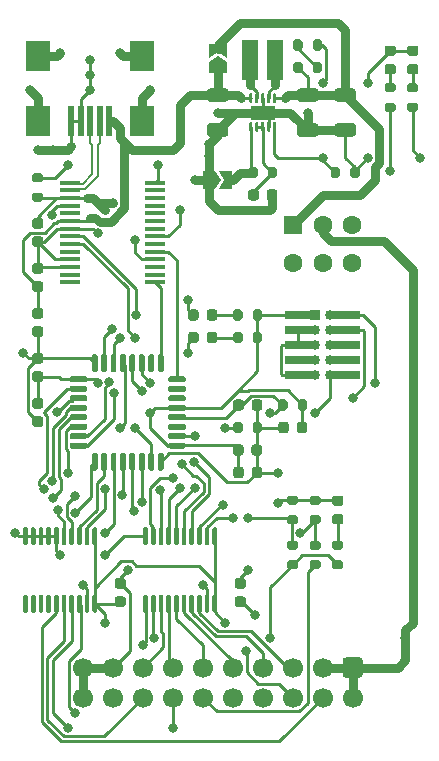
<source format=gbr>
%TF.GenerationSoftware,KiCad,Pcbnew,(5.1.9)-1*%
%TF.CreationDate,2021-03-30T23:32:36+02:00*%
%TF.ProjectId,Programmer,50726f67-7261-46d6-9d65-722e6b696361,v0.1*%
%TF.SameCoordinates,Original*%
%TF.FileFunction,Copper,L1,Top*%
%TF.FilePolarity,Positive*%
%FSLAX46Y46*%
G04 Gerber Fmt 4.6, Leading zero omitted, Abs format (unit mm)*
G04 Created by KiCad (PCBNEW (5.1.9)-1) date 2021-03-30 23:32:36*
%MOMM*%
%LPD*%
G01*
G04 APERTURE LIST*
%TA.AperFunction,ComponentPad*%
%ADD10C,0.850000*%
%TD*%
%TA.AperFunction,ComponentPad*%
%ADD11R,0.850000X0.850000*%
%TD*%
%TA.AperFunction,SMDPad,CuDef*%
%ADD12R,2.300000X0.740000*%
%TD*%
%TA.AperFunction,SMDPad,CuDef*%
%ADD13R,2.000000X1.200000*%
%TD*%
%TA.AperFunction,ComponentPad*%
%ADD14C,1.600000*%
%TD*%
%TA.AperFunction,ComponentPad*%
%ADD15R,1.600000X1.600000*%
%TD*%
%TA.AperFunction,SMDPad,CuDef*%
%ADD16R,1.350000X3.400000*%
%TD*%
%TA.AperFunction,SMDPad,CuDef*%
%ADD17C,0.100000*%
%TD*%
%TA.AperFunction,ComponentPad*%
%ADD18C,1.700000*%
%TD*%
%TA.AperFunction,SMDPad,CuDef*%
%ADD19R,1.750000X0.450000*%
%TD*%
%TA.AperFunction,SMDPad,CuDef*%
%ADD20R,2.000000X2.500000*%
%TD*%
%TA.AperFunction,SMDPad,CuDef*%
%ADD21R,0.500000X2.500000*%
%TD*%
%TA.AperFunction,ViaPad*%
%ADD22C,0.800000*%
%TD*%
%TA.AperFunction,Conductor*%
%ADD23C,0.250000*%
%TD*%
%TA.AperFunction,Conductor*%
%ADD24C,0.800000*%
%TD*%
%TA.AperFunction,Conductor*%
%ADD25C,0.200000*%
%TD*%
G04 APERTURE END LIST*
%TO.P,C18,2*%
%TO.N,Net-(C17-Pad2)*%
%TA.AperFunction,SMDPad,CuDef*%
G36*
G01*
X158765001Y-74030000D02*
X157464999Y-74030000D01*
G75*
G02*
X157215000Y-73780001I0J249999D01*
G01*
X157215000Y-73129999D01*
G75*
G02*
X157464999Y-72880000I249999J0D01*
G01*
X158765001Y-72880000D01*
G75*
G02*
X159015000Y-73129999I0J-249999D01*
G01*
X159015000Y-73780001D01*
G75*
G02*
X158765001Y-74030000I-249999J0D01*
G01*
G37*
%TD.AperFunction*%
%TO.P,C18,1*%
%TO.N,GND*%
%TA.AperFunction,SMDPad,CuDef*%
G36*
G01*
X158765001Y-76980000D02*
X157464999Y-76980000D01*
G75*
G02*
X157215000Y-76730001I0J249999D01*
G01*
X157215000Y-76079999D01*
G75*
G02*
X157464999Y-75830000I249999J0D01*
G01*
X158765001Y-75830000D01*
G75*
G02*
X159015000Y-76079999I0J-249999D01*
G01*
X159015000Y-76730001D01*
G75*
G02*
X158765001Y-76980000I-249999J0D01*
G01*
G37*
%TD.AperFunction*%
%TD*%
%TO.P,C17,2*%
%TO.N,Net-(C17-Pad2)*%
%TA.AperFunction,SMDPad,CuDef*%
G36*
G01*
X155590001Y-74030000D02*
X154289999Y-74030000D01*
G75*
G02*
X154040000Y-73780001I0J249999D01*
G01*
X154040000Y-73129999D01*
G75*
G02*
X154289999Y-72880000I249999J0D01*
G01*
X155590001Y-72880000D01*
G75*
G02*
X155840000Y-73129999I0J-249999D01*
G01*
X155840000Y-73780001D01*
G75*
G02*
X155590001Y-74030000I-249999J0D01*
G01*
G37*
%TD.AperFunction*%
%TO.P,C17,1*%
%TO.N,GND*%
%TA.AperFunction,SMDPad,CuDef*%
G36*
G01*
X155590001Y-76980000D02*
X154289999Y-76980000D01*
G75*
G02*
X154040000Y-76730001I0J249999D01*
G01*
X154040000Y-76079999D01*
G75*
G02*
X154289999Y-75830000I249999J0D01*
G01*
X155590001Y-75830000D01*
G75*
G02*
X155840000Y-76079999I0J-249999D01*
G01*
X155840000Y-76730001D01*
G75*
G02*
X155590001Y-76980000I-249999J0D01*
G01*
G37*
%TD.AperFunction*%
%TD*%
%TO.P,C15,2*%
%TO.N,/V_USB*%
%TA.AperFunction,SMDPad,CuDef*%
G36*
G01*
X147970001Y-74030000D02*
X146669999Y-74030000D01*
G75*
G02*
X146420000Y-73780001I0J249999D01*
G01*
X146420000Y-73129999D01*
G75*
G02*
X146669999Y-72880000I249999J0D01*
G01*
X147970001Y-72880000D01*
G75*
G02*
X148220000Y-73129999I0J-249999D01*
G01*
X148220000Y-73780001D01*
G75*
G02*
X147970001Y-74030000I-249999J0D01*
G01*
G37*
%TD.AperFunction*%
%TO.P,C15,1*%
%TO.N,GND*%
%TA.AperFunction,SMDPad,CuDef*%
G36*
G01*
X147970001Y-76980000D02*
X146669999Y-76980000D01*
G75*
G02*
X146420000Y-76730001I0J249999D01*
G01*
X146420000Y-76079999D01*
G75*
G02*
X146669999Y-75830000I249999J0D01*
G01*
X147970001Y-75830000D01*
G75*
G02*
X148220000Y-76079999I0J-249999D01*
G01*
X148220000Y-76730001D01*
G75*
G02*
X147970001Y-76980000I-249999J0D01*
G01*
G37*
%TD.AperFunction*%
%TD*%
%TO.P,R1,2*%
%TO.N,/nRST*%
%TA.AperFunction,SMDPad,CuDef*%
G36*
G01*
X153245000Y-99420000D02*
X153245000Y-99970000D01*
G75*
G02*
X153045000Y-100170000I-200000J0D01*
G01*
X152645000Y-100170000D01*
G75*
G02*
X152445000Y-99970000I0J200000D01*
G01*
X152445000Y-99420000D01*
G75*
G02*
X152645000Y-99220000I200000J0D01*
G01*
X153045000Y-99220000D01*
G75*
G02*
X153245000Y-99420000I0J-200000D01*
G01*
G37*
%TD.AperFunction*%
%TO.P,R1,1*%
%TO.N,+3V3*%
%TA.AperFunction,SMDPad,CuDef*%
G36*
G01*
X154895000Y-99420000D02*
X154895000Y-99970000D01*
G75*
G02*
X154695000Y-100170000I-200000J0D01*
G01*
X154295000Y-100170000D01*
G75*
G02*
X154095000Y-99970000I0J200000D01*
G01*
X154095000Y-99420000D01*
G75*
G02*
X154295000Y-99220000I200000J0D01*
G01*
X154695000Y-99220000D01*
G75*
G02*
X154895000Y-99420000I0J-200000D01*
G01*
G37*
%TD.AperFunction*%
%TD*%
%TO.P,C10,2*%
%TO.N,GND*%
%TA.AperFunction,SMDPad,CuDef*%
G36*
G01*
X150185000Y-99945000D02*
X150185000Y-99445000D01*
G75*
G02*
X150410000Y-99220000I225000J0D01*
G01*
X150860000Y-99220000D01*
G75*
G02*
X151085000Y-99445000I0J-225000D01*
G01*
X151085000Y-99945000D01*
G75*
G02*
X150860000Y-100170000I-225000J0D01*
G01*
X150410000Y-100170000D01*
G75*
G02*
X150185000Y-99945000I0J225000D01*
G01*
G37*
%TD.AperFunction*%
%TO.P,C10,1*%
%TO.N,/nRST*%
%TA.AperFunction,SMDPad,CuDef*%
G36*
G01*
X148635000Y-99945000D02*
X148635000Y-99445000D01*
G75*
G02*
X148860000Y-99220000I225000J0D01*
G01*
X149310000Y-99220000D01*
G75*
G02*
X149535000Y-99445000I0J-225000D01*
G01*
X149535000Y-99945000D01*
G75*
G02*
X149310000Y-100170000I-225000J0D01*
G01*
X148860000Y-100170000D01*
G75*
G02*
X148635000Y-99945000I0J225000D01*
G01*
G37*
%TD.AperFunction*%
%TD*%
%TO.P,U2,32*%
%TO.N,GND*%
%TA.AperFunction,SMDPad,CuDef*%
G36*
G01*
X142750000Y-103880000D02*
X142750000Y-105130000D01*
G75*
G02*
X142625000Y-105255000I-125000J0D01*
G01*
X142375000Y-105255000D01*
G75*
G02*
X142250000Y-105130000I0J125000D01*
G01*
X142250000Y-103880000D01*
G75*
G02*
X142375000Y-103755000I125000J0D01*
G01*
X142625000Y-103755000D01*
G75*
G02*
X142750000Y-103880000I0J-125000D01*
G01*
G37*
%TD.AperFunction*%
%TO.P,U2,31*%
%TO.N,Net-(R4-Pad1)*%
%TA.AperFunction,SMDPad,CuDef*%
G36*
G01*
X141950000Y-103880000D02*
X141950000Y-105130000D01*
G75*
G02*
X141825000Y-105255000I-125000J0D01*
G01*
X141575000Y-105255000D01*
G75*
G02*
X141450000Y-105130000I0J125000D01*
G01*
X141450000Y-103880000D01*
G75*
G02*
X141575000Y-103755000I125000J0D01*
G01*
X141825000Y-103755000D01*
G75*
G02*
X141950000Y-103880000I0J-125000D01*
G01*
G37*
%TD.AperFunction*%
%TO.P,U2,30*%
%TO.N,/LV_MEM_~PGM*%
%TA.AperFunction,SMDPad,CuDef*%
G36*
G01*
X141150000Y-103880000D02*
X141150000Y-105130000D01*
G75*
G02*
X141025000Y-105255000I-125000J0D01*
G01*
X140775000Y-105255000D01*
G75*
G02*
X140650000Y-105130000I0J125000D01*
G01*
X140650000Y-103880000D01*
G75*
G02*
X140775000Y-103755000I125000J0D01*
G01*
X141025000Y-103755000D01*
G75*
G02*
X141150000Y-103880000I0J-125000D01*
G01*
G37*
%TD.AperFunction*%
%TO.P,U2,29*%
%TO.N,/LV_BKPT_RCLK*%
%TA.AperFunction,SMDPad,CuDef*%
G36*
G01*
X140350000Y-103880000D02*
X140350000Y-105130000D01*
G75*
G02*
X140225000Y-105255000I-125000J0D01*
G01*
X139975000Y-105255000D01*
G75*
G02*
X139850000Y-105130000I0J125000D01*
G01*
X139850000Y-103880000D01*
G75*
G02*
X139975000Y-103755000I125000J0D01*
G01*
X140225000Y-103755000D01*
G75*
G02*
X140350000Y-103880000I0J-125000D01*
G01*
G37*
%TD.AperFunction*%
%TO.P,U2,28*%
%TO.N,/LV_R_RCLK*%
%TA.AperFunction,SMDPad,CuDef*%
G36*
G01*
X139550000Y-103880000D02*
X139550000Y-105130000D01*
G75*
G02*
X139425000Y-105255000I-125000J0D01*
G01*
X139175000Y-105255000D01*
G75*
G02*
X139050000Y-105130000I0J125000D01*
G01*
X139050000Y-103880000D01*
G75*
G02*
X139175000Y-103755000I125000J0D01*
G01*
X139425000Y-103755000D01*
G75*
G02*
X139550000Y-103880000I0J-125000D01*
G01*
G37*
%TD.AperFunction*%
%TO.P,U2,27*%
%TO.N,/LV_R_SER*%
%TA.AperFunction,SMDPad,CuDef*%
G36*
G01*
X138750000Y-103880000D02*
X138750000Y-105130000D01*
G75*
G02*
X138625000Y-105255000I-125000J0D01*
G01*
X138375000Y-105255000D01*
G75*
G02*
X138250000Y-105130000I0J125000D01*
G01*
X138250000Y-103880000D01*
G75*
G02*
X138375000Y-103755000I125000J0D01*
G01*
X138625000Y-103755000D01*
G75*
G02*
X138750000Y-103880000I0J-125000D01*
G01*
G37*
%TD.AperFunction*%
%TO.P,U2,26*%
%TO.N,/LV_R_SCLK*%
%TA.AperFunction,SMDPad,CuDef*%
G36*
G01*
X137950000Y-103880000D02*
X137950000Y-105130000D01*
G75*
G02*
X137825000Y-105255000I-125000J0D01*
G01*
X137575000Y-105255000D01*
G75*
G02*
X137450000Y-105130000I0J125000D01*
G01*
X137450000Y-103880000D01*
G75*
G02*
X137575000Y-103755000I125000J0D01*
G01*
X137825000Y-103755000D01*
G75*
G02*
X137950000Y-103880000I0J-125000D01*
G01*
G37*
%TD.AperFunction*%
%TO.P,U2,25*%
%TO.N,/LV_MEM_~CE*%
%TA.AperFunction,SMDPad,CuDef*%
G36*
G01*
X137150000Y-103880000D02*
X137150000Y-105130000D01*
G75*
G02*
X137025000Y-105255000I-125000J0D01*
G01*
X136775000Y-105255000D01*
G75*
G02*
X136650000Y-105130000I0J125000D01*
G01*
X136650000Y-103880000D01*
G75*
G02*
X136775000Y-103755000I125000J0D01*
G01*
X137025000Y-103755000D01*
G75*
G02*
X137150000Y-103880000I0J-125000D01*
G01*
G37*
%TD.AperFunction*%
%TO.P,U2,24*%
%TO.N,/CLK*%
%TA.AperFunction,SMDPad,CuDef*%
G36*
G01*
X136275000Y-103005000D02*
X136275000Y-103255000D01*
G75*
G02*
X136150000Y-103380000I-125000J0D01*
G01*
X134900000Y-103380000D01*
G75*
G02*
X134775000Y-103255000I0J125000D01*
G01*
X134775000Y-103005000D01*
G75*
G02*
X134900000Y-102880000I125000J0D01*
G01*
X136150000Y-102880000D01*
G75*
G02*
X136275000Y-103005000I0J-125000D01*
G01*
G37*
%TD.AperFunction*%
%TO.P,U2,23*%
%TO.N,/DIO*%
%TA.AperFunction,SMDPad,CuDef*%
G36*
G01*
X136275000Y-102205000D02*
X136275000Y-102455000D01*
G75*
G02*
X136150000Y-102580000I-125000J0D01*
G01*
X134900000Y-102580000D01*
G75*
G02*
X134775000Y-102455000I0J125000D01*
G01*
X134775000Y-102205000D01*
G75*
G02*
X134900000Y-102080000I125000J0D01*
G01*
X136150000Y-102080000D01*
G75*
G02*
X136275000Y-102205000I0J-125000D01*
G01*
G37*
%TD.AperFunction*%
%TO.P,U2,22*%
%TO.N,/LV_DTCT_Vtarget*%
%TA.AperFunction,SMDPad,CuDef*%
G36*
G01*
X136275000Y-101405000D02*
X136275000Y-101655000D01*
G75*
G02*
X136150000Y-101780000I-125000J0D01*
G01*
X134900000Y-101780000D01*
G75*
G02*
X134775000Y-101655000I0J125000D01*
G01*
X134775000Y-101405000D01*
G75*
G02*
X134900000Y-101280000I125000J0D01*
G01*
X136150000Y-101280000D01*
G75*
G02*
X136275000Y-101405000I0J-125000D01*
G01*
G37*
%TD.AperFunction*%
%TO.P,U2,21*%
%TO.N,/~5V_OE*%
%TA.AperFunction,SMDPad,CuDef*%
G36*
G01*
X136275000Y-100605000D02*
X136275000Y-100855000D01*
G75*
G02*
X136150000Y-100980000I-125000J0D01*
G01*
X134900000Y-100980000D01*
G75*
G02*
X134775000Y-100855000I0J125000D01*
G01*
X134775000Y-100605000D01*
G75*
G02*
X134900000Y-100480000I125000J0D01*
G01*
X136150000Y-100480000D01*
G75*
G02*
X136275000Y-100605000I0J-125000D01*
G01*
G37*
%TD.AperFunction*%
%TO.P,U2,20*%
%TO.N,/LV_DO_RESET*%
%TA.AperFunction,SMDPad,CuDef*%
G36*
G01*
X136275000Y-99805000D02*
X136275000Y-100055000D01*
G75*
G02*
X136150000Y-100180000I-125000J0D01*
G01*
X134900000Y-100180000D01*
G75*
G02*
X134775000Y-100055000I0J125000D01*
G01*
X134775000Y-99805000D01*
G75*
G02*
X134900000Y-99680000I125000J0D01*
G01*
X136150000Y-99680000D01*
G75*
G02*
X136275000Y-99805000I0J-125000D01*
G01*
G37*
%TD.AperFunction*%
%TO.P,U2,19*%
%TO.N,/LV_DATA_ROM\u005C~PROG~*%
%TA.AperFunction,SMDPad,CuDef*%
G36*
G01*
X136275000Y-99005000D02*
X136275000Y-99255000D01*
G75*
G02*
X136150000Y-99380000I-125000J0D01*
G01*
X134900000Y-99380000D01*
G75*
G02*
X134775000Y-99255000I0J125000D01*
G01*
X134775000Y-99005000D01*
G75*
G02*
X134900000Y-98880000I125000J0D01*
G01*
X136150000Y-98880000D01*
G75*
G02*
X136275000Y-99005000I0J-125000D01*
G01*
G37*
%TD.AperFunction*%
%TO.P,U2,18*%
%TO.N,/LV_ADR_~PC~\u005CPROG*%
%TA.AperFunction,SMDPad,CuDef*%
G36*
G01*
X136275000Y-98205000D02*
X136275000Y-98455000D01*
G75*
G02*
X136150000Y-98580000I-125000J0D01*
G01*
X134900000Y-98580000D01*
G75*
G02*
X134775000Y-98455000I0J125000D01*
G01*
X134775000Y-98205000D01*
G75*
G02*
X134900000Y-98080000I125000J0D01*
G01*
X136150000Y-98080000D01*
G75*
G02*
X136275000Y-98205000I0J-125000D01*
G01*
G37*
%TD.AperFunction*%
%TO.P,U2,17*%
%TO.N,+3V3*%
%TA.AperFunction,SMDPad,CuDef*%
G36*
G01*
X136275000Y-97405000D02*
X136275000Y-97655000D01*
G75*
G02*
X136150000Y-97780000I-125000J0D01*
G01*
X134900000Y-97780000D01*
G75*
G02*
X134775000Y-97655000I0J125000D01*
G01*
X134775000Y-97405000D01*
G75*
G02*
X134900000Y-97280000I125000J0D01*
G01*
X136150000Y-97280000D01*
G75*
G02*
X136275000Y-97405000I0J-125000D01*
G01*
G37*
%TD.AperFunction*%
%TO.P,U2,16*%
%TO.N,GND*%
%TA.AperFunction,SMDPad,CuDef*%
G36*
G01*
X137150000Y-95530000D02*
X137150000Y-96780000D01*
G75*
G02*
X137025000Y-96905000I-125000J0D01*
G01*
X136775000Y-96905000D01*
G75*
G02*
X136650000Y-96780000I0J125000D01*
G01*
X136650000Y-95530000D01*
G75*
G02*
X136775000Y-95405000I125000J0D01*
G01*
X137025000Y-95405000D01*
G75*
G02*
X137150000Y-95530000I0J-125000D01*
G01*
G37*
%TD.AperFunction*%
%TO.P,U2,15*%
%TO.N,/LED2*%
%TA.AperFunction,SMDPad,CuDef*%
G36*
G01*
X137950000Y-95530000D02*
X137950000Y-96780000D01*
G75*
G02*
X137825000Y-96905000I-125000J0D01*
G01*
X137575000Y-96905000D01*
G75*
G02*
X137450000Y-96780000I0J125000D01*
G01*
X137450000Y-95530000D01*
G75*
G02*
X137575000Y-95405000I125000J0D01*
G01*
X137825000Y-95405000D01*
G75*
G02*
X137950000Y-95530000I0J-125000D01*
G01*
G37*
%TD.AperFunction*%
%TO.P,U2,14*%
%TO.N,/LED1*%
%TA.AperFunction,SMDPad,CuDef*%
G36*
G01*
X138750000Y-95530000D02*
X138750000Y-96780000D01*
G75*
G02*
X138625000Y-96905000I-125000J0D01*
G01*
X138375000Y-96905000D01*
G75*
G02*
X138250000Y-96780000I0J125000D01*
G01*
X138250000Y-95530000D01*
G75*
G02*
X138375000Y-95405000I125000J0D01*
G01*
X138625000Y-95405000D01*
G75*
G02*
X138750000Y-95530000I0J-125000D01*
G01*
G37*
%TD.AperFunction*%
%TO.P,U2,13*%
%TO.N,/LV_W_SER*%
%TA.AperFunction,SMDPad,CuDef*%
G36*
G01*
X139550000Y-95530000D02*
X139550000Y-96780000D01*
G75*
G02*
X139425000Y-96905000I-125000J0D01*
G01*
X139175000Y-96905000D01*
G75*
G02*
X139050000Y-96780000I0J125000D01*
G01*
X139050000Y-95530000D01*
G75*
G02*
X139175000Y-95405000I125000J0D01*
G01*
X139425000Y-95405000D01*
G75*
G02*
X139550000Y-95530000I0J-125000D01*
G01*
G37*
%TD.AperFunction*%
%TO.P,U2,12*%
%TO.N,/LV_W_RCLK*%
%TA.AperFunction,SMDPad,CuDef*%
G36*
G01*
X140350000Y-95530000D02*
X140350000Y-96780000D01*
G75*
G02*
X140225000Y-96905000I-125000J0D01*
G01*
X139975000Y-96905000D01*
G75*
G02*
X139850000Y-96780000I0J125000D01*
G01*
X139850000Y-95530000D01*
G75*
G02*
X139975000Y-95405000I125000J0D01*
G01*
X140225000Y-95405000D01*
G75*
G02*
X140350000Y-95530000I0J-125000D01*
G01*
G37*
%TD.AperFunction*%
%TO.P,U2,11*%
%TO.N,/LV_W_SCLK*%
%TA.AperFunction,SMDPad,CuDef*%
G36*
G01*
X141150000Y-95530000D02*
X141150000Y-96780000D01*
G75*
G02*
X141025000Y-96905000I-125000J0D01*
G01*
X140775000Y-96905000D01*
G75*
G02*
X140650000Y-96780000I0J125000D01*
G01*
X140650000Y-95530000D01*
G75*
G02*
X140775000Y-95405000I125000J0D01*
G01*
X141025000Y-95405000D01*
G75*
G02*
X141150000Y-95530000I0J-125000D01*
G01*
G37*
%TD.AperFunction*%
%TO.P,U2,10*%
%TO.N,N/C*%
%TA.AperFunction,SMDPad,CuDef*%
G36*
G01*
X141950000Y-95530000D02*
X141950000Y-96780000D01*
G75*
G02*
X141825000Y-96905000I-125000J0D01*
G01*
X141575000Y-96905000D01*
G75*
G02*
X141450000Y-96780000I0J125000D01*
G01*
X141450000Y-95530000D01*
G75*
G02*
X141575000Y-95405000I125000J0D01*
G01*
X141825000Y-95405000D01*
G75*
G02*
X141950000Y-95530000I0J-125000D01*
G01*
G37*
%TD.AperFunction*%
%TO.P,U2,9*%
%TO.N,/UART_MCU_RX*%
%TA.AperFunction,SMDPad,CuDef*%
G36*
G01*
X142750000Y-95530000D02*
X142750000Y-96780000D01*
G75*
G02*
X142625000Y-96905000I-125000J0D01*
G01*
X142375000Y-96905000D01*
G75*
G02*
X142250000Y-96780000I0J125000D01*
G01*
X142250000Y-95530000D01*
G75*
G02*
X142375000Y-95405000I125000J0D01*
G01*
X142625000Y-95405000D01*
G75*
G02*
X142750000Y-95530000I0J-125000D01*
G01*
G37*
%TD.AperFunction*%
%TO.P,U2,8*%
%TO.N,/UART_MCU_TX*%
%TA.AperFunction,SMDPad,CuDef*%
G36*
G01*
X144625000Y-97405000D02*
X144625000Y-97655000D01*
G75*
G02*
X144500000Y-97780000I-125000J0D01*
G01*
X143250000Y-97780000D01*
G75*
G02*
X143125000Y-97655000I0J125000D01*
G01*
X143125000Y-97405000D01*
G75*
G02*
X143250000Y-97280000I125000J0D01*
G01*
X144500000Y-97280000D01*
G75*
G02*
X144625000Y-97405000I0J-125000D01*
G01*
G37*
%TD.AperFunction*%
%TO.P,U2,7*%
%TO.N,N/C*%
%TA.AperFunction,SMDPad,CuDef*%
G36*
G01*
X144625000Y-98205000D02*
X144625000Y-98455000D01*
G75*
G02*
X144500000Y-98580000I-125000J0D01*
G01*
X143250000Y-98580000D01*
G75*
G02*
X143125000Y-98455000I0J125000D01*
G01*
X143125000Y-98205000D01*
G75*
G02*
X143250000Y-98080000I125000J0D01*
G01*
X144500000Y-98080000D01*
G75*
G02*
X144625000Y-98205000I0J-125000D01*
G01*
G37*
%TD.AperFunction*%
%TO.P,U2,6*%
%TA.AperFunction,SMDPad,CuDef*%
G36*
G01*
X144625000Y-99005000D02*
X144625000Y-99255000D01*
G75*
G02*
X144500000Y-99380000I-125000J0D01*
G01*
X143250000Y-99380000D01*
G75*
G02*
X143125000Y-99255000I0J125000D01*
G01*
X143125000Y-99005000D01*
G75*
G02*
X143250000Y-98880000I125000J0D01*
G01*
X144500000Y-98880000D01*
G75*
G02*
X144625000Y-99005000I0J-125000D01*
G01*
G37*
%TD.AperFunction*%
%TO.P,U2,5*%
%TO.N,+3V3*%
%TA.AperFunction,SMDPad,CuDef*%
G36*
G01*
X144625000Y-99805000D02*
X144625000Y-100055000D01*
G75*
G02*
X144500000Y-100180000I-125000J0D01*
G01*
X143250000Y-100180000D01*
G75*
G02*
X143125000Y-100055000I0J125000D01*
G01*
X143125000Y-99805000D01*
G75*
G02*
X143250000Y-99680000I125000J0D01*
G01*
X144500000Y-99680000D01*
G75*
G02*
X144625000Y-99805000I0J-125000D01*
G01*
G37*
%TD.AperFunction*%
%TO.P,U2,4*%
%TO.N,/nRST*%
%TA.AperFunction,SMDPad,CuDef*%
G36*
G01*
X144625000Y-100605000D02*
X144625000Y-100855000D01*
G75*
G02*
X144500000Y-100980000I-125000J0D01*
G01*
X143250000Y-100980000D01*
G75*
G02*
X143125000Y-100855000I0J125000D01*
G01*
X143125000Y-100605000D01*
G75*
G02*
X143250000Y-100480000I125000J0D01*
G01*
X144500000Y-100480000D01*
G75*
G02*
X144625000Y-100605000I0J-125000D01*
G01*
G37*
%TD.AperFunction*%
%TO.P,U2,3*%
%TO.N,N/C*%
%TA.AperFunction,SMDPad,CuDef*%
G36*
G01*
X144625000Y-101405000D02*
X144625000Y-101655000D01*
G75*
G02*
X144500000Y-101780000I-125000J0D01*
G01*
X143250000Y-101780000D01*
G75*
G02*
X143125000Y-101655000I0J125000D01*
G01*
X143125000Y-101405000D01*
G75*
G02*
X143250000Y-101280000I125000J0D01*
G01*
X144500000Y-101280000D01*
G75*
G02*
X144625000Y-101405000I0J-125000D01*
G01*
G37*
%TD.AperFunction*%
%TO.P,U2,2*%
%TO.N,/LV_MEM_~OE*%
%TA.AperFunction,SMDPad,CuDef*%
G36*
G01*
X144625000Y-102205000D02*
X144625000Y-102455000D01*
G75*
G02*
X144500000Y-102580000I-125000J0D01*
G01*
X143250000Y-102580000D01*
G75*
G02*
X143125000Y-102455000I0J125000D01*
G01*
X143125000Y-102205000D01*
G75*
G02*
X143250000Y-102080000I125000J0D01*
G01*
X144500000Y-102080000D01*
G75*
G02*
X144625000Y-102205000I0J-125000D01*
G01*
G37*
%TD.AperFunction*%
%TO.P,U2,1*%
%TO.N,+3V3*%
%TA.AperFunction,SMDPad,CuDef*%
G36*
G01*
X144625000Y-103005000D02*
X144625000Y-103255000D01*
G75*
G02*
X144500000Y-103380000I-125000J0D01*
G01*
X143250000Y-103380000D01*
G75*
G02*
X143125000Y-103255000I0J125000D01*
G01*
X143125000Y-103005000D01*
G75*
G02*
X143250000Y-102880000I125000J0D01*
G01*
X144500000Y-102880000D01*
G75*
G02*
X144625000Y-103005000I0J-125000D01*
G01*
G37*
%TD.AperFunction*%
%TD*%
D10*
%TO.P,J2,10*%
%TO.N,/nRST*%
X156845000Y-97155000D03*
%TO.P,J2,9*%
%TO.N,GND*%
X155575000Y-97155000D03*
%TO.P,J2,8*%
%TO.N,Net-(J2-Pad8)*%
X156845000Y-95885000D03*
%TO.P,J2,7*%
%TO.N,Net-(J2-Pad7)*%
X155575000Y-95885000D03*
%TO.P,J2,6*%
%TO.N,Net-(J2-Pad6)*%
X156845000Y-94615000D03*
%TO.P,J2,5*%
%TO.N,GND*%
X155575000Y-94615000D03*
%TO.P,J2,4*%
%TO.N,/CLK*%
X156845000Y-93345000D03*
%TO.P,J2,3*%
%TO.N,GND*%
X155575000Y-93345000D03*
%TO.P,J2,2*%
%TO.N,/DIO*%
X156845000Y-92075000D03*
D11*
%TO.P,J2,1*%
%TO.N,+3V3*%
X155575000Y-92075000D03*
D12*
X154160000Y-92075000D03*
%TO.P,J2,2*%
%TO.N,/DIO*%
X158260000Y-92075000D03*
%TO.P,J2,3*%
%TO.N,GND*%
X154160000Y-93345000D03*
%TO.P,J2,4*%
%TO.N,/CLK*%
X158260000Y-93345000D03*
%TO.P,J2,5*%
%TO.N,GND*%
X154160000Y-94615000D03*
%TO.P,J2,6*%
%TO.N,Net-(J2-Pad6)*%
X158260000Y-94615000D03*
%TO.P,J2,7*%
%TO.N,Net-(J2-Pad7)*%
X154160000Y-95885000D03*
%TO.P,J2,8*%
%TO.N,Net-(J2-Pad8)*%
X158260000Y-95885000D03*
%TO.P,J2,9*%
%TO.N,GND*%
X154160000Y-97155000D03*
%TO.P,J2,10*%
%TO.N,/nRST*%
X158260000Y-97155000D03*
%TD*%
%TO.P,C6,2*%
%TO.N,GND*%
%TA.AperFunction,SMDPad,CuDef*%
G36*
G01*
X153345000Y-101350000D02*
X153345000Y-101850000D01*
G75*
G02*
X153120000Y-102075000I-225000J0D01*
G01*
X152670000Y-102075000D01*
G75*
G02*
X152445000Y-101850000I0J225000D01*
G01*
X152445000Y-101350000D01*
G75*
G02*
X152670000Y-101125000I225000J0D01*
G01*
X153120000Y-101125000D01*
G75*
G02*
X153345000Y-101350000I0J-225000D01*
G01*
G37*
%TD.AperFunction*%
%TO.P,C6,1*%
%TO.N,+3V3*%
%TA.AperFunction,SMDPad,CuDef*%
G36*
G01*
X154895000Y-101350000D02*
X154895000Y-101850000D01*
G75*
G02*
X154670000Y-102075000I-225000J0D01*
G01*
X154220000Y-102075000D01*
G75*
G02*
X153995000Y-101850000I0J225000D01*
G01*
X153995000Y-101350000D01*
G75*
G02*
X154220000Y-101125000I225000J0D01*
G01*
X154670000Y-101125000D01*
G75*
G02*
X154895000Y-101350000I0J-225000D01*
G01*
G37*
%TD.AperFunction*%
%TD*%
%TO.P,C4,2*%
%TO.N,GND*%
%TA.AperFunction,SMDPad,CuDef*%
G36*
G01*
X150185000Y-105660000D02*
X150185000Y-105160000D01*
G75*
G02*
X150410000Y-104935000I225000J0D01*
G01*
X150860000Y-104935000D01*
G75*
G02*
X151085000Y-105160000I0J-225000D01*
G01*
X151085000Y-105660000D01*
G75*
G02*
X150860000Y-105885000I-225000J0D01*
G01*
X150410000Y-105885000D01*
G75*
G02*
X150185000Y-105660000I0J225000D01*
G01*
G37*
%TD.AperFunction*%
%TO.P,C4,1*%
%TO.N,+3V3*%
%TA.AperFunction,SMDPad,CuDef*%
G36*
G01*
X148635000Y-105660000D02*
X148635000Y-105160000D01*
G75*
G02*
X148860000Y-104935000I225000J0D01*
G01*
X149310000Y-104935000D01*
G75*
G02*
X149535000Y-105160000I0J-225000D01*
G01*
X149535000Y-105660000D01*
G75*
G02*
X149310000Y-105885000I-225000J0D01*
G01*
X148860000Y-105885000D01*
G75*
G02*
X148635000Y-105660000I0J225000D01*
G01*
G37*
%TD.AperFunction*%
%TD*%
%TO.P,C3,2*%
%TO.N,GND*%
%TA.AperFunction,SMDPad,CuDef*%
G36*
G01*
X131830000Y-100655000D02*
X132330000Y-100655000D01*
G75*
G02*
X132555000Y-100880000I0J-225000D01*
G01*
X132555000Y-101330000D01*
G75*
G02*
X132330000Y-101555000I-225000J0D01*
G01*
X131830000Y-101555000D01*
G75*
G02*
X131605000Y-101330000I0J225000D01*
G01*
X131605000Y-100880000D01*
G75*
G02*
X131830000Y-100655000I225000J0D01*
G01*
G37*
%TD.AperFunction*%
%TO.P,C3,1*%
%TO.N,+3V3*%
%TA.AperFunction,SMDPad,CuDef*%
G36*
G01*
X131830000Y-99105000D02*
X132330000Y-99105000D01*
G75*
G02*
X132555000Y-99330000I0J-225000D01*
G01*
X132555000Y-99780000D01*
G75*
G02*
X132330000Y-100005000I-225000J0D01*
G01*
X131830000Y-100005000D01*
G75*
G02*
X131605000Y-99780000I0J225000D01*
G01*
X131605000Y-99330000D01*
G75*
G02*
X131830000Y-99105000I225000J0D01*
G01*
G37*
%TD.AperFunction*%
%TD*%
%TO.P,C2,2*%
%TO.N,GND*%
%TA.AperFunction,SMDPad,CuDef*%
G36*
G01*
X150165000Y-103755000D02*
X150165000Y-103255000D01*
G75*
G02*
X150390000Y-103030000I225000J0D01*
G01*
X150840000Y-103030000D01*
G75*
G02*
X151065000Y-103255000I0J-225000D01*
G01*
X151065000Y-103755000D01*
G75*
G02*
X150840000Y-103980000I-225000J0D01*
G01*
X150390000Y-103980000D01*
G75*
G02*
X150165000Y-103755000I0J225000D01*
G01*
G37*
%TD.AperFunction*%
%TO.P,C2,1*%
%TO.N,+3V3*%
%TA.AperFunction,SMDPad,CuDef*%
G36*
G01*
X148615000Y-103755000D02*
X148615000Y-103255000D01*
G75*
G02*
X148840000Y-103030000I225000J0D01*
G01*
X149290000Y-103030000D01*
G75*
G02*
X149515000Y-103255000I0J-225000D01*
G01*
X149515000Y-103755000D01*
G75*
G02*
X149290000Y-103980000I-225000J0D01*
G01*
X148840000Y-103980000D01*
G75*
G02*
X148615000Y-103755000I0J225000D01*
G01*
G37*
%TD.AperFunction*%
%TD*%
%TO.P,C1,2*%
%TO.N,GND*%
%TA.AperFunction,SMDPad,CuDef*%
G36*
G01*
X132330000Y-96195000D02*
X131830000Y-96195000D01*
G75*
G02*
X131605000Y-95970000I0J225000D01*
G01*
X131605000Y-95520000D01*
G75*
G02*
X131830000Y-95295000I225000J0D01*
G01*
X132330000Y-95295000D01*
G75*
G02*
X132555000Y-95520000I0J-225000D01*
G01*
X132555000Y-95970000D01*
G75*
G02*
X132330000Y-96195000I-225000J0D01*
G01*
G37*
%TD.AperFunction*%
%TO.P,C1,1*%
%TO.N,+3V3*%
%TA.AperFunction,SMDPad,CuDef*%
G36*
G01*
X132330000Y-97745000D02*
X131830000Y-97745000D01*
G75*
G02*
X131605000Y-97520000I0J225000D01*
G01*
X131605000Y-97070000D01*
G75*
G02*
X131830000Y-96845000I225000J0D01*
G01*
X132330000Y-96845000D01*
G75*
G02*
X132555000Y-97070000I0J-225000D01*
G01*
X132555000Y-97520000D01*
G75*
G02*
X132330000Y-97745000I-225000J0D01*
G01*
G37*
%TD.AperFunction*%
%TD*%
D13*
%TO.P,U5,11*%
%TO.N,GND*%
X151130000Y-74930000D03*
%TO.P,U5,10*%
%TO.N,Net-(R14-Pad2)*%
%TA.AperFunction,SMDPad,CuDef*%
G36*
G01*
X152067500Y-75730000D02*
X152192500Y-75730000D01*
G75*
G02*
X152255000Y-75792500I0J-62500D01*
G01*
X152255000Y-76492500D01*
G75*
G02*
X152192500Y-76555000I-62500J0D01*
G01*
X152067500Y-76555000D01*
G75*
G02*
X152005000Y-76492500I0J62500D01*
G01*
X152005000Y-75792500D01*
G75*
G02*
X152067500Y-75730000I62500J0D01*
G01*
G37*
%TD.AperFunction*%
%TO.P,U5,9*%
%TO.N,GND*%
%TA.AperFunction,SMDPad,CuDef*%
G36*
G01*
X151567500Y-75730000D02*
X151692500Y-75730000D01*
G75*
G02*
X151755000Y-75792500I0J-62500D01*
G01*
X151755000Y-76492500D01*
G75*
G02*
X151692500Y-76555000I-62500J0D01*
G01*
X151567500Y-76555000D01*
G75*
G02*
X151505000Y-76492500I0J62500D01*
G01*
X151505000Y-75792500D01*
G75*
G02*
X151567500Y-75730000I62500J0D01*
G01*
G37*
%TD.AperFunction*%
%TO.P,U5,8*%
%TO.N,Net-(C16-Pad1)*%
%TA.AperFunction,SMDPad,CuDef*%
G36*
G01*
X151067500Y-75730000D02*
X151192500Y-75730000D01*
G75*
G02*
X151255000Y-75792500I0J-62500D01*
G01*
X151255000Y-76492500D01*
G75*
G02*
X151192500Y-76555000I-62500J0D01*
G01*
X151067500Y-76555000D01*
G75*
G02*
X151005000Y-76492500I0J62500D01*
G01*
X151005000Y-75792500D01*
G75*
G02*
X151067500Y-75730000I62500J0D01*
G01*
G37*
%TD.AperFunction*%
%TO.P,U5,7*%
%TA.AperFunction,SMDPad,CuDef*%
G36*
G01*
X150567500Y-75730000D02*
X150692500Y-75730000D01*
G75*
G02*
X150755000Y-75792500I0J-62500D01*
G01*
X150755000Y-76492500D01*
G75*
G02*
X150692500Y-76555000I-62500J0D01*
G01*
X150567500Y-76555000D01*
G75*
G02*
X150505000Y-76492500I0J62500D01*
G01*
X150505000Y-75792500D01*
G75*
G02*
X150567500Y-75730000I62500J0D01*
G01*
G37*
%TD.AperFunction*%
%TO.P,U5,6*%
%TO.N,Net-(JP1-Pad2)*%
%TA.AperFunction,SMDPad,CuDef*%
G36*
G01*
X150067500Y-75730000D02*
X150192500Y-75730000D01*
G75*
G02*
X150255000Y-75792500I0J-62500D01*
G01*
X150255000Y-76492500D01*
G75*
G02*
X150192500Y-76555000I-62500J0D01*
G01*
X150067500Y-76555000D01*
G75*
G02*
X150005000Y-76492500I0J62500D01*
G01*
X150005000Y-75792500D01*
G75*
G02*
X150067500Y-75730000I62500J0D01*
G01*
G37*
%TD.AperFunction*%
%TO.P,U5,5*%
%TO.N,/V_USB*%
%TA.AperFunction,SMDPad,CuDef*%
G36*
G01*
X150067500Y-73305000D02*
X150192500Y-73305000D01*
G75*
G02*
X150255000Y-73367500I0J-62500D01*
G01*
X150255000Y-74067500D01*
G75*
G02*
X150192500Y-74130000I-62500J0D01*
G01*
X150067500Y-74130000D01*
G75*
G02*
X150005000Y-74067500I0J62500D01*
G01*
X150005000Y-73367500D01*
G75*
G02*
X150067500Y-73305000I62500J0D01*
G01*
G37*
%TD.AperFunction*%
%TO.P,U5,4*%
%TO.N,Net-(L1-Pad1)*%
%TA.AperFunction,SMDPad,CuDef*%
G36*
G01*
X150567500Y-73305000D02*
X150692500Y-73305000D01*
G75*
G02*
X150755000Y-73367500I0J-62500D01*
G01*
X150755000Y-74067500D01*
G75*
G02*
X150692500Y-74130000I-62500J0D01*
G01*
X150567500Y-74130000D01*
G75*
G02*
X150505000Y-74067500I0J62500D01*
G01*
X150505000Y-73367500D01*
G75*
G02*
X150567500Y-73305000I62500J0D01*
G01*
G37*
%TD.AperFunction*%
%TO.P,U5,3*%
%TO.N,GND*%
%TA.AperFunction,SMDPad,CuDef*%
G36*
G01*
X151067500Y-73305000D02*
X151192500Y-73305000D01*
G75*
G02*
X151255000Y-73367500I0J-62500D01*
G01*
X151255000Y-74067500D01*
G75*
G02*
X151192500Y-74130000I-62500J0D01*
G01*
X151067500Y-74130000D01*
G75*
G02*
X151005000Y-74067500I0J62500D01*
G01*
X151005000Y-73367500D01*
G75*
G02*
X151067500Y-73305000I62500J0D01*
G01*
G37*
%TD.AperFunction*%
%TO.P,U5,2*%
%TO.N,Net-(L1-Pad2)*%
%TA.AperFunction,SMDPad,CuDef*%
G36*
G01*
X151567500Y-73305000D02*
X151692500Y-73305000D01*
G75*
G02*
X151755000Y-73367500I0J-62500D01*
G01*
X151755000Y-74067500D01*
G75*
G02*
X151692500Y-74130000I-62500J0D01*
G01*
X151567500Y-74130000D01*
G75*
G02*
X151505000Y-74067500I0J62500D01*
G01*
X151505000Y-73367500D01*
G75*
G02*
X151567500Y-73305000I62500J0D01*
G01*
G37*
%TD.AperFunction*%
%TO.P,U5,1*%
%TO.N,Net-(C17-Pad2)*%
%TA.AperFunction,SMDPad,CuDef*%
G36*
G01*
X152067500Y-73305000D02*
X152192500Y-73305000D01*
G75*
G02*
X152255000Y-73367500I0J-62500D01*
G01*
X152255000Y-74067500D01*
G75*
G02*
X152192500Y-74130000I-62500J0D01*
G01*
X152067500Y-74130000D01*
G75*
G02*
X152005000Y-74067500I0J62500D01*
G01*
X152005000Y-73367500D01*
G75*
G02*
X152067500Y-73305000I62500J0D01*
G01*
G37*
%TD.AperFunction*%
%TD*%
D14*
%TO.P,SW1,6*%
%TO.N,N/C*%
X158710000Y-87630000D03*
%TO.P,SW1,5*%
X156210000Y-87630000D03*
%TO.P,SW1,4*%
X153710000Y-87630000D03*
%TO.P,SW1,3*%
X158710000Y-84430000D03*
%TO.P,SW1,2*%
%TO.N,+5V*%
X156210000Y-84430000D03*
D15*
%TO.P,SW1,1*%
%TO.N,Net-(C17-Pad2)*%
X153710000Y-84430000D03*
%TD*%
%TO.P,R16,2*%
%TO.N,Net-(R16-Pad2)*%
%TA.AperFunction,SMDPad,CuDef*%
G36*
G01*
X132355000Y-80855000D02*
X131805000Y-80855000D01*
G75*
G02*
X131605000Y-80655000I0J200000D01*
G01*
X131605000Y-80255000D01*
G75*
G02*
X131805000Y-80055000I200000J0D01*
G01*
X132355000Y-80055000D01*
G75*
G02*
X132555000Y-80255000I0J-200000D01*
G01*
X132555000Y-80655000D01*
G75*
G02*
X132355000Y-80855000I-200000J0D01*
G01*
G37*
%TD.AperFunction*%
%TO.P,R16,1*%
%TO.N,+3V3*%
%TA.AperFunction,SMDPad,CuDef*%
G36*
G01*
X132355000Y-82505000D02*
X131805000Y-82505000D01*
G75*
G02*
X131605000Y-82305000I0J200000D01*
G01*
X131605000Y-81905000D01*
G75*
G02*
X131805000Y-81705000I200000J0D01*
G01*
X132355000Y-81705000D01*
G75*
G02*
X132555000Y-81905000I0J-200000D01*
G01*
X132555000Y-82305000D01*
G75*
G02*
X132355000Y-82505000I-200000J0D01*
G01*
G37*
%TD.AperFunction*%
%TD*%
%TO.P,R15,2*%
%TO.N,GND*%
%TA.AperFunction,SMDPad,CuDef*%
G36*
G01*
X158540000Y-80285000D02*
X158540000Y-79735000D01*
G75*
G02*
X158740000Y-79535000I200000J0D01*
G01*
X159140000Y-79535000D01*
G75*
G02*
X159340000Y-79735000I0J-200000D01*
G01*
X159340000Y-80285000D01*
G75*
G02*
X159140000Y-80485000I-200000J0D01*
G01*
X158740000Y-80485000D01*
G75*
G02*
X158540000Y-80285000I0J200000D01*
G01*
G37*
%TD.AperFunction*%
%TO.P,R15,1*%
%TO.N,Net-(R14-Pad2)*%
%TA.AperFunction,SMDPad,CuDef*%
G36*
G01*
X156890000Y-80285000D02*
X156890000Y-79735000D01*
G75*
G02*
X157090000Y-79535000I200000J0D01*
G01*
X157490000Y-79535000D01*
G75*
G02*
X157690000Y-79735000I0J-200000D01*
G01*
X157690000Y-80285000D01*
G75*
G02*
X157490000Y-80485000I-200000J0D01*
G01*
X157090000Y-80485000D01*
G75*
G02*
X156890000Y-80285000I0J200000D01*
G01*
G37*
%TD.AperFunction*%
%TD*%
%TO.P,R14,2*%
%TO.N,Net-(R14-Pad2)*%
%TA.AperFunction,SMDPad,CuDef*%
G36*
G01*
X155365000Y-69490000D02*
X155365000Y-68940000D01*
G75*
G02*
X155565000Y-68740000I200000J0D01*
G01*
X155965000Y-68740000D01*
G75*
G02*
X156165000Y-68940000I0J-200000D01*
G01*
X156165000Y-69490000D01*
G75*
G02*
X155965000Y-69690000I-200000J0D01*
G01*
X155565000Y-69690000D01*
G75*
G02*
X155365000Y-69490000I0J200000D01*
G01*
G37*
%TD.AperFunction*%
%TO.P,R14,1*%
%TO.N,Net-(R13-Pad2)*%
%TA.AperFunction,SMDPad,CuDef*%
G36*
G01*
X153715000Y-69490000D02*
X153715000Y-68940000D01*
G75*
G02*
X153915000Y-68740000I200000J0D01*
G01*
X154315000Y-68740000D01*
G75*
G02*
X154515000Y-68940000I0J-200000D01*
G01*
X154515000Y-69490000D01*
G75*
G02*
X154315000Y-69690000I-200000J0D01*
G01*
X153915000Y-69690000D01*
G75*
G02*
X153715000Y-69490000I0J200000D01*
G01*
G37*
%TD.AperFunction*%
%TD*%
%TO.P,R13,2*%
%TO.N,Net-(R13-Pad2)*%
%TA.AperFunction,SMDPad,CuDef*%
G36*
G01*
X155365000Y-71395000D02*
X155365000Y-70845000D01*
G75*
G02*
X155565000Y-70645000I200000J0D01*
G01*
X155965000Y-70645000D01*
G75*
G02*
X156165000Y-70845000I0J-200000D01*
G01*
X156165000Y-71395000D01*
G75*
G02*
X155965000Y-71595000I-200000J0D01*
G01*
X155565000Y-71595000D01*
G75*
G02*
X155365000Y-71395000I0J200000D01*
G01*
G37*
%TD.AperFunction*%
%TO.P,R13,1*%
%TO.N,Net-(C17-Pad2)*%
%TA.AperFunction,SMDPad,CuDef*%
G36*
G01*
X153715000Y-71395000D02*
X153715000Y-70845000D01*
G75*
G02*
X153915000Y-70645000I200000J0D01*
G01*
X154315000Y-70645000D01*
G75*
G02*
X154515000Y-70845000I0J-200000D01*
G01*
X154515000Y-71395000D01*
G75*
G02*
X154315000Y-71595000I-200000J0D01*
G01*
X153915000Y-71595000D01*
G75*
G02*
X153715000Y-71395000I0J200000D01*
G01*
G37*
%TD.AperFunction*%
%TD*%
%TO.P,R7,2*%
%TO.N,Net-(JP1-Pad2)*%
%TA.AperFunction,SMDPad,CuDef*%
G36*
G01*
X150705000Y-79735000D02*
X150705000Y-80285000D01*
G75*
G02*
X150505000Y-80485000I-200000J0D01*
G01*
X150105000Y-80485000D01*
G75*
G02*
X149905000Y-80285000I0J200000D01*
G01*
X149905000Y-79735000D01*
G75*
G02*
X150105000Y-79535000I200000J0D01*
G01*
X150505000Y-79535000D01*
G75*
G02*
X150705000Y-79735000I0J-200000D01*
G01*
G37*
%TD.AperFunction*%
%TO.P,R7,1*%
%TO.N,Net-(C16-Pad1)*%
%TA.AperFunction,SMDPad,CuDef*%
G36*
G01*
X152355000Y-79735000D02*
X152355000Y-80285000D01*
G75*
G02*
X152155000Y-80485000I-200000J0D01*
G01*
X151755000Y-80485000D01*
G75*
G02*
X151555000Y-80285000I0J200000D01*
G01*
X151555000Y-79735000D01*
G75*
G02*
X151755000Y-79535000I200000J0D01*
G01*
X152155000Y-79535000D01*
G75*
G02*
X152355000Y-79735000I0J-200000D01*
G01*
G37*
%TD.AperFunction*%
%TD*%
D16*
%TO.P,L1,2*%
%TO.N,Net-(L1-Pad2)*%
X152205000Y-70485000D03*
%TO.P,L1,1*%
%TO.N,Net-(L1-Pad1)*%
X150055000Y-70485000D03*
%TD*%
%TA.AperFunction,SMDPad,CuDef*%
D17*
%TO.P,JP2,1*%
%TO.N,/V_USB*%
G36*
X147320000Y-70120000D02*
G01*
X148070000Y-70620000D01*
X148070000Y-71620000D01*
X146570000Y-71620000D01*
X146570000Y-70620000D01*
X147320000Y-70120000D01*
G37*
%TD.AperFunction*%
%TA.AperFunction,SMDPad,CuDef*%
%TO.P,JP2,2*%
%TO.N,Net-(C17-Pad2)*%
G36*
X148070000Y-69170000D02*
G01*
X148070000Y-70320000D01*
X147320000Y-69820000D01*
X146570000Y-70320000D01*
X146570000Y-69170000D01*
X148070000Y-69170000D01*
G37*
%TD.AperFunction*%
%TD*%
%TA.AperFunction,SMDPad,CuDef*%
%TO.P,JP1,1*%
%TO.N,GND*%
G36*
X147595000Y-80645000D02*
G01*
X147095000Y-81395000D01*
X146095000Y-81395000D01*
X146095000Y-79895000D01*
X147095000Y-79895000D01*
X147595000Y-80645000D01*
G37*
%TD.AperFunction*%
%TA.AperFunction,SMDPad,CuDef*%
%TO.P,JP1,2*%
%TO.N,Net-(JP1-Pad2)*%
G36*
X148545000Y-81395000D02*
G01*
X147395000Y-81395000D01*
X147895000Y-80645000D01*
X147395000Y-79895000D01*
X148545000Y-79895000D01*
X148545000Y-81395000D01*
G37*
%TD.AperFunction*%
%TD*%
%TO.P,C16,2*%
%TO.N,GND*%
%TA.AperFunction,SMDPad,CuDef*%
G36*
G01*
X151455000Y-82165000D02*
X151455000Y-81665000D01*
G75*
G02*
X151680000Y-81440000I225000J0D01*
G01*
X152130000Y-81440000D01*
G75*
G02*
X152355000Y-81665000I0J-225000D01*
G01*
X152355000Y-82165000D01*
G75*
G02*
X152130000Y-82390000I-225000J0D01*
G01*
X151680000Y-82390000D01*
G75*
G02*
X151455000Y-82165000I0J225000D01*
G01*
G37*
%TD.AperFunction*%
%TO.P,C16,1*%
%TO.N,Net-(C16-Pad1)*%
%TA.AperFunction,SMDPad,CuDef*%
G36*
G01*
X149905000Y-82165000D02*
X149905000Y-81665000D01*
G75*
G02*
X150130000Y-81440000I225000J0D01*
G01*
X150580000Y-81440000D01*
G75*
G02*
X150805000Y-81665000I0J-225000D01*
G01*
X150805000Y-82165000D01*
G75*
G02*
X150580000Y-82390000I-225000J0D01*
G01*
X150130000Y-82390000D01*
G75*
G02*
X149905000Y-82165000I0J225000D01*
G01*
G37*
%TD.AperFunction*%
%TD*%
D18*
%TO.P,J3,20*%
%TO.N,GND*%
X135890000Y-124460000D03*
%TO.P,J3,18*%
%TO.N,/DTCT_Vtarget*%
X138430000Y-124460000D03*
%TO.P,J3,16*%
%TO.N,/R_RCLK*%
X140970000Y-124460000D03*
%TO.P,J3,14*%
%TO.N,/R_SCLK*%
X143510000Y-124460000D03*
%TO.P,J3,12*%
%TO.N,/R_SER*%
X146050000Y-124460000D03*
%TO.P,J3,10*%
%TO.N,/DATA_ROM\u005C~PROG~*%
X148590000Y-124460000D03*
%TO.P,J3,8*%
%TO.N,/ADR_~PC~\u005CPROG*%
X151130000Y-124460000D03*
%TO.P,J3,6*%
%TO.N,/DO_RESET*%
X153670000Y-124460000D03*
%TO.P,J3,4*%
%TO.N,/BKPT_RCLK*%
X156210000Y-124460000D03*
%TO.P,J3,2*%
%TO.N,+5V*%
X158750000Y-124460000D03*
%TO.P,J3,19*%
%TO.N,GND*%
X135890000Y-121920000D03*
%TO.P,J3,17*%
X138430000Y-121920000D03*
%TO.P,J3,15*%
%TO.N,/W_RCLK*%
X140970000Y-121920000D03*
%TO.P,J3,13*%
%TO.N,/W_SCLK*%
X143510000Y-121920000D03*
%TO.P,J3,11*%
%TO.N,/W_SER*%
X146050000Y-121920000D03*
%TO.P,J3,9*%
%TO.N,/MEM_~OE*%
X148590000Y-121920000D03*
%TO.P,J3,7*%
%TO.N,/MEM_~PGM*%
X151130000Y-121920000D03*
%TO.P,J3,5*%
%TO.N,/MEM_~CE*%
X153670000Y-121920000D03*
%TO.P,J3,3*%
%TO.N,+5V*%
X156210000Y-121920000D03*
%TO.P,J3,1*%
%TA.AperFunction,ComponentPad*%
G36*
G01*
X158150000Y-121070000D02*
X159350000Y-121070000D01*
G75*
G02*
X159600000Y-121320000I0J-250000D01*
G01*
X159600000Y-122520000D01*
G75*
G02*
X159350000Y-122770000I-250000J0D01*
G01*
X158150000Y-122770000D01*
G75*
G02*
X157900000Y-122520000I0J250000D01*
G01*
X157900000Y-121320000D01*
G75*
G02*
X158150000Y-121070000I250000J0D01*
G01*
G37*
%TD.AperFunction*%
%TD*%
%TO.P,C14,2*%
%TO.N,GND*%
%TA.AperFunction,SMDPad,CuDef*%
G36*
G01*
X131830000Y-93035000D02*
X132330000Y-93035000D01*
G75*
G02*
X132555000Y-93260000I0J-225000D01*
G01*
X132555000Y-93710000D01*
G75*
G02*
X132330000Y-93935000I-225000J0D01*
G01*
X131830000Y-93935000D01*
G75*
G02*
X131605000Y-93710000I0J225000D01*
G01*
X131605000Y-93260000D01*
G75*
G02*
X131830000Y-93035000I225000J0D01*
G01*
G37*
%TD.AperFunction*%
%TO.P,C14,1*%
%TO.N,/V_USB*%
%TA.AperFunction,SMDPad,CuDef*%
G36*
G01*
X131830000Y-91485000D02*
X132330000Y-91485000D01*
G75*
G02*
X132555000Y-91710000I0J-225000D01*
G01*
X132555000Y-92160000D01*
G75*
G02*
X132330000Y-92385000I-225000J0D01*
G01*
X131830000Y-92385000D01*
G75*
G02*
X131605000Y-92160000I0J225000D01*
G01*
X131605000Y-91710000D01*
G75*
G02*
X131830000Y-91485000I225000J0D01*
G01*
G37*
%TD.AperFunction*%
%TD*%
%TO.P,C13,2*%
%TO.N,GND*%
%TA.AperFunction,SMDPad,CuDef*%
G36*
G01*
X132330000Y-88575000D02*
X131830000Y-88575000D01*
G75*
G02*
X131605000Y-88350000I0J225000D01*
G01*
X131605000Y-87900000D01*
G75*
G02*
X131830000Y-87675000I225000J0D01*
G01*
X132330000Y-87675000D01*
G75*
G02*
X132555000Y-87900000I0J-225000D01*
G01*
X132555000Y-88350000D01*
G75*
G02*
X132330000Y-88575000I-225000J0D01*
G01*
G37*
%TD.AperFunction*%
%TO.P,C13,1*%
%TO.N,/V_USB*%
%TA.AperFunction,SMDPad,CuDef*%
G36*
G01*
X132330000Y-90125000D02*
X131830000Y-90125000D01*
G75*
G02*
X131605000Y-89900000I0J225000D01*
G01*
X131605000Y-89450000D01*
G75*
G02*
X131830000Y-89225000I225000J0D01*
G01*
X132330000Y-89225000D01*
G75*
G02*
X132555000Y-89450000I0J-225000D01*
G01*
X132555000Y-89900000D01*
G75*
G02*
X132330000Y-90125000I-225000J0D01*
G01*
G37*
%TD.AperFunction*%
%TD*%
%TO.P,U4,1*%
%TO.N,+5V*%
%TA.AperFunction,SMDPad,CuDef*%
G36*
G01*
X136810000Y-110065000D02*
X137010000Y-110065000D01*
G75*
G02*
X137110000Y-110165000I0J-100000D01*
G01*
X137110000Y-111440000D01*
G75*
G02*
X137010000Y-111540000I-100000J0D01*
G01*
X136810000Y-111540000D01*
G75*
G02*
X136710000Y-111440000I0J100000D01*
G01*
X136710000Y-110165000D01*
G75*
G02*
X136810000Y-110065000I100000J0D01*
G01*
G37*
%TD.AperFunction*%
%TO.P,U4,2*%
%TO.N,/LV_ADR_~PC~\u005CPROG*%
%TA.AperFunction,SMDPad,CuDef*%
G36*
G01*
X136160000Y-110065000D02*
X136360000Y-110065000D01*
G75*
G02*
X136460000Y-110165000I0J-100000D01*
G01*
X136460000Y-111440000D01*
G75*
G02*
X136360000Y-111540000I-100000J0D01*
G01*
X136160000Y-111540000D01*
G75*
G02*
X136060000Y-111440000I0J100000D01*
G01*
X136060000Y-110165000D01*
G75*
G02*
X136160000Y-110065000I100000J0D01*
G01*
G37*
%TD.AperFunction*%
%TO.P,U4,3*%
%TO.N,/LV_R_SCLK*%
%TA.AperFunction,SMDPad,CuDef*%
G36*
G01*
X135510000Y-110065000D02*
X135710000Y-110065000D01*
G75*
G02*
X135810000Y-110165000I0J-100000D01*
G01*
X135810000Y-111440000D01*
G75*
G02*
X135710000Y-111540000I-100000J0D01*
G01*
X135510000Y-111540000D01*
G75*
G02*
X135410000Y-111440000I0J100000D01*
G01*
X135410000Y-110165000D01*
G75*
G02*
X135510000Y-110065000I100000J0D01*
G01*
G37*
%TD.AperFunction*%
%TO.P,U4,4*%
%TO.N,/LV_R_RCLK*%
%TA.AperFunction,SMDPad,CuDef*%
G36*
G01*
X134860000Y-110065000D02*
X135060000Y-110065000D01*
G75*
G02*
X135160000Y-110165000I0J-100000D01*
G01*
X135160000Y-111440000D01*
G75*
G02*
X135060000Y-111540000I-100000J0D01*
G01*
X134860000Y-111540000D01*
G75*
G02*
X134760000Y-111440000I0J100000D01*
G01*
X134760000Y-110165000D01*
G75*
G02*
X134860000Y-110065000I100000J0D01*
G01*
G37*
%TD.AperFunction*%
%TO.P,U4,5*%
%TO.N,/LV_BKPT_RCLK*%
%TA.AperFunction,SMDPad,CuDef*%
G36*
G01*
X134210000Y-110065000D02*
X134410000Y-110065000D01*
G75*
G02*
X134510000Y-110165000I0J-100000D01*
G01*
X134510000Y-111440000D01*
G75*
G02*
X134410000Y-111540000I-100000J0D01*
G01*
X134210000Y-111540000D01*
G75*
G02*
X134110000Y-111440000I0J100000D01*
G01*
X134110000Y-110165000D01*
G75*
G02*
X134210000Y-110065000I100000J0D01*
G01*
G37*
%TD.AperFunction*%
%TO.P,U4,6*%
%TO.N,GND*%
%TA.AperFunction,SMDPad,CuDef*%
G36*
G01*
X133560000Y-110065000D02*
X133760000Y-110065000D01*
G75*
G02*
X133860000Y-110165000I0J-100000D01*
G01*
X133860000Y-111440000D01*
G75*
G02*
X133760000Y-111540000I-100000J0D01*
G01*
X133560000Y-111540000D01*
G75*
G02*
X133460000Y-111440000I0J100000D01*
G01*
X133460000Y-110165000D01*
G75*
G02*
X133560000Y-110065000I100000J0D01*
G01*
G37*
%TD.AperFunction*%
%TO.P,U4,7*%
%TA.AperFunction,SMDPad,CuDef*%
G36*
G01*
X132910000Y-110065000D02*
X133110000Y-110065000D01*
G75*
G02*
X133210000Y-110165000I0J-100000D01*
G01*
X133210000Y-111440000D01*
G75*
G02*
X133110000Y-111540000I-100000J0D01*
G01*
X132910000Y-111540000D01*
G75*
G02*
X132810000Y-111440000I0J100000D01*
G01*
X132810000Y-110165000D01*
G75*
G02*
X132910000Y-110065000I100000J0D01*
G01*
G37*
%TD.AperFunction*%
%TO.P,U4,8*%
%TA.AperFunction,SMDPad,CuDef*%
G36*
G01*
X132260000Y-110065000D02*
X132460000Y-110065000D01*
G75*
G02*
X132560000Y-110165000I0J-100000D01*
G01*
X132560000Y-111440000D01*
G75*
G02*
X132460000Y-111540000I-100000J0D01*
G01*
X132260000Y-111540000D01*
G75*
G02*
X132160000Y-111440000I0J100000D01*
G01*
X132160000Y-110165000D01*
G75*
G02*
X132260000Y-110065000I100000J0D01*
G01*
G37*
%TD.AperFunction*%
%TO.P,U4,9*%
%TA.AperFunction,SMDPad,CuDef*%
G36*
G01*
X131610000Y-110065000D02*
X131810000Y-110065000D01*
G75*
G02*
X131910000Y-110165000I0J-100000D01*
G01*
X131910000Y-111440000D01*
G75*
G02*
X131810000Y-111540000I-100000J0D01*
G01*
X131610000Y-111540000D01*
G75*
G02*
X131510000Y-111440000I0J100000D01*
G01*
X131510000Y-110165000D01*
G75*
G02*
X131610000Y-110065000I100000J0D01*
G01*
G37*
%TD.AperFunction*%
%TO.P,U4,10*%
%TA.AperFunction,SMDPad,CuDef*%
G36*
G01*
X130960000Y-110065000D02*
X131160000Y-110065000D01*
G75*
G02*
X131260000Y-110165000I0J-100000D01*
G01*
X131260000Y-111440000D01*
G75*
G02*
X131160000Y-111540000I-100000J0D01*
G01*
X130960000Y-111540000D01*
G75*
G02*
X130860000Y-111440000I0J100000D01*
G01*
X130860000Y-110165000D01*
G75*
G02*
X130960000Y-110065000I100000J0D01*
G01*
G37*
%TD.AperFunction*%
%TO.P,U4,11*%
%TO.N,N/C*%
%TA.AperFunction,SMDPad,CuDef*%
G36*
G01*
X130960000Y-115790000D02*
X131160000Y-115790000D01*
G75*
G02*
X131260000Y-115890000I0J-100000D01*
G01*
X131260000Y-117165000D01*
G75*
G02*
X131160000Y-117265000I-100000J0D01*
G01*
X130960000Y-117265000D01*
G75*
G02*
X130860000Y-117165000I0J100000D01*
G01*
X130860000Y-115890000D01*
G75*
G02*
X130960000Y-115790000I100000J0D01*
G01*
G37*
%TD.AperFunction*%
%TO.P,U4,12*%
%TA.AperFunction,SMDPad,CuDef*%
G36*
G01*
X131610000Y-115790000D02*
X131810000Y-115790000D01*
G75*
G02*
X131910000Y-115890000I0J-100000D01*
G01*
X131910000Y-117165000D01*
G75*
G02*
X131810000Y-117265000I-100000J0D01*
G01*
X131610000Y-117265000D01*
G75*
G02*
X131510000Y-117165000I0J100000D01*
G01*
X131510000Y-115890000D01*
G75*
G02*
X131610000Y-115790000I100000J0D01*
G01*
G37*
%TD.AperFunction*%
%TO.P,U4,13*%
%TA.AperFunction,SMDPad,CuDef*%
G36*
G01*
X132260000Y-115790000D02*
X132460000Y-115790000D01*
G75*
G02*
X132560000Y-115890000I0J-100000D01*
G01*
X132560000Y-117165000D01*
G75*
G02*
X132460000Y-117265000I-100000J0D01*
G01*
X132260000Y-117265000D01*
G75*
G02*
X132160000Y-117165000I0J100000D01*
G01*
X132160000Y-115890000D01*
G75*
G02*
X132260000Y-115790000I100000J0D01*
G01*
G37*
%TD.AperFunction*%
%TO.P,U4,14*%
%TA.AperFunction,SMDPad,CuDef*%
G36*
G01*
X132910000Y-115790000D02*
X133110000Y-115790000D01*
G75*
G02*
X133210000Y-115890000I0J-100000D01*
G01*
X133210000Y-117165000D01*
G75*
G02*
X133110000Y-117265000I-100000J0D01*
G01*
X132910000Y-117265000D01*
G75*
G02*
X132810000Y-117165000I0J100000D01*
G01*
X132810000Y-115890000D01*
G75*
G02*
X132910000Y-115790000I100000J0D01*
G01*
G37*
%TD.AperFunction*%
%TO.P,U4,15*%
%TO.N,/BKPT_RCLK*%
%TA.AperFunction,SMDPad,CuDef*%
G36*
G01*
X133560000Y-115790000D02*
X133760000Y-115790000D01*
G75*
G02*
X133860000Y-115890000I0J-100000D01*
G01*
X133860000Y-117165000D01*
G75*
G02*
X133760000Y-117265000I-100000J0D01*
G01*
X133560000Y-117265000D01*
G75*
G02*
X133460000Y-117165000I0J100000D01*
G01*
X133460000Y-115890000D01*
G75*
G02*
X133560000Y-115790000I100000J0D01*
G01*
G37*
%TD.AperFunction*%
%TO.P,U4,16*%
%TO.N,/R_RCLK*%
%TA.AperFunction,SMDPad,CuDef*%
G36*
G01*
X134210000Y-115790000D02*
X134410000Y-115790000D01*
G75*
G02*
X134510000Y-115890000I0J-100000D01*
G01*
X134510000Y-117165000D01*
G75*
G02*
X134410000Y-117265000I-100000J0D01*
G01*
X134210000Y-117265000D01*
G75*
G02*
X134110000Y-117165000I0J100000D01*
G01*
X134110000Y-115890000D01*
G75*
G02*
X134210000Y-115790000I100000J0D01*
G01*
G37*
%TD.AperFunction*%
%TO.P,U4,17*%
%TO.N,/R_SCLK*%
%TA.AperFunction,SMDPad,CuDef*%
G36*
G01*
X134860000Y-115790000D02*
X135060000Y-115790000D01*
G75*
G02*
X135160000Y-115890000I0J-100000D01*
G01*
X135160000Y-117165000D01*
G75*
G02*
X135060000Y-117265000I-100000J0D01*
G01*
X134860000Y-117265000D01*
G75*
G02*
X134760000Y-117165000I0J100000D01*
G01*
X134760000Y-115890000D01*
G75*
G02*
X134860000Y-115790000I100000J0D01*
G01*
G37*
%TD.AperFunction*%
%TO.P,U4,18*%
%TO.N,/ADR_~PC~\u005CPROG*%
%TA.AperFunction,SMDPad,CuDef*%
G36*
G01*
X135510000Y-115790000D02*
X135710000Y-115790000D01*
G75*
G02*
X135810000Y-115890000I0J-100000D01*
G01*
X135810000Y-117165000D01*
G75*
G02*
X135710000Y-117265000I-100000J0D01*
G01*
X135510000Y-117265000D01*
G75*
G02*
X135410000Y-117165000I0J100000D01*
G01*
X135410000Y-115890000D01*
G75*
G02*
X135510000Y-115790000I100000J0D01*
G01*
G37*
%TD.AperFunction*%
%TO.P,U4,19*%
%TO.N,/~5V_OE*%
%TA.AperFunction,SMDPad,CuDef*%
G36*
G01*
X136160000Y-115790000D02*
X136360000Y-115790000D01*
G75*
G02*
X136460000Y-115890000I0J-100000D01*
G01*
X136460000Y-117165000D01*
G75*
G02*
X136360000Y-117265000I-100000J0D01*
G01*
X136160000Y-117265000D01*
G75*
G02*
X136060000Y-117165000I0J100000D01*
G01*
X136060000Y-115890000D01*
G75*
G02*
X136160000Y-115790000I100000J0D01*
G01*
G37*
%TD.AperFunction*%
%TO.P,U4,20*%
%TO.N,+5V*%
%TA.AperFunction,SMDPad,CuDef*%
G36*
G01*
X136810000Y-115790000D02*
X137010000Y-115790000D01*
G75*
G02*
X137110000Y-115890000I0J-100000D01*
G01*
X137110000Y-117165000D01*
G75*
G02*
X137010000Y-117265000I-100000J0D01*
G01*
X136810000Y-117265000D01*
G75*
G02*
X136710000Y-117165000I0J100000D01*
G01*
X136710000Y-115890000D01*
G75*
G02*
X136810000Y-115790000I100000J0D01*
G01*
G37*
%TD.AperFunction*%
%TD*%
%TO.P,U3,20*%
%TO.N,+5V*%
%TA.AperFunction,SMDPad,CuDef*%
G36*
G01*
X146970000Y-115790000D02*
X147170000Y-115790000D01*
G75*
G02*
X147270000Y-115890000I0J-100000D01*
G01*
X147270000Y-117165000D01*
G75*
G02*
X147170000Y-117265000I-100000J0D01*
G01*
X146970000Y-117265000D01*
G75*
G02*
X146870000Y-117165000I0J100000D01*
G01*
X146870000Y-115890000D01*
G75*
G02*
X146970000Y-115790000I100000J0D01*
G01*
G37*
%TD.AperFunction*%
%TO.P,U3,19*%
%TO.N,/~5V_OE*%
%TA.AperFunction,SMDPad,CuDef*%
G36*
G01*
X146320000Y-115790000D02*
X146520000Y-115790000D01*
G75*
G02*
X146620000Y-115890000I0J-100000D01*
G01*
X146620000Y-117165000D01*
G75*
G02*
X146520000Y-117265000I-100000J0D01*
G01*
X146320000Y-117265000D01*
G75*
G02*
X146220000Y-117165000I0J100000D01*
G01*
X146220000Y-115890000D01*
G75*
G02*
X146320000Y-115790000I100000J0D01*
G01*
G37*
%TD.AperFunction*%
%TO.P,U3,18*%
%TO.N,/MEM_~CE*%
%TA.AperFunction,SMDPad,CuDef*%
G36*
G01*
X145670000Y-115790000D02*
X145870000Y-115790000D01*
G75*
G02*
X145970000Y-115890000I0J-100000D01*
G01*
X145970000Y-117165000D01*
G75*
G02*
X145870000Y-117265000I-100000J0D01*
G01*
X145670000Y-117265000D01*
G75*
G02*
X145570000Y-117165000I0J100000D01*
G01*
X145570000Y-115890000D01*
G75*
G02*
X145670000Y-115790000I100000J0D01*
G01*
G37*
%TD.AperFunction*%
%TO.P,U3,17*%
%TO.N,/MEM_~PGM*%
%TA.AperFunction,SMDPad,CuDef*%
G36*
G01*
X145020000Y-115790000D02*
X145220000Y-115790000D01*
G75*
G02*
X145320000Y-115890000I0J-100000D01*
G01*
X145320000Y-117165000D01*
G75*
G02*
X145220000Y-117265000I-100000J0D01*
G01*
X145020000Y-117265000D01*
G75*
G02*
X144920000Y-117165000I0J100000D01*
G01*
X144920000Y-115890000D01*
G75*
G02*
X145020000Y-115790000I100000J0D01*
G01*
G37*
%TD.AperFunction*%
%TO.P,U3,16*%
%TO.N,/MEM_~OE*%
%TA.AperFunction,SMDPad,CuDef*%
G36*
G01*
X144370000Y-115790000D02*
X144570000Y-115790000D01*
G75*
G02*
X144670000Y-115890000I0J-100000D01*
G01*
X144670000Y-117165000D01*
G75*
G02*
X144570000Y-117265000I-100000J0D01*
G01*
X144370000Y-117265000D01*
G75*
G02*
X144270000Y-117165000I0J100000D01*
G01*
X144270000Y-115890000D01*
G75*
G02*
X144370000Y-115790000I100000J0D01*
G01*
G37*
%TD.AperFunction*%
%TO.P,U3,15*%
%TO.N,/W_SER*%
%TA.AperFunction,SMDPad,CuDef*%
G36*
G01*
X143720000Y-115790000D02*
X143920000Y-115790000D01*
G75*
G02*
X144020000Y-115890000I0J-100000D01*
G01*
X144020000Y-117165000D01*
G75*
G02*
X143920000Y-117265000I-100000J0D01*
G01*
X143720000Y-117265000D01*
G75*
G02*
X143620000Y-117165000I0J100000D01*
G01*
X143620000Y-115890000D01*
G75*
G02*
X143720000Y-115790000I100000J0D01*
G01*
G37*
%TD.AperFunction*%
%TO.P,U3,14*%
%TO.N,/W_SCLK*%
%TA.AperFunction,SMDPad,CuDef*%
G36*
G01*
X143070000Y-115790000D02*
X143270000Y-115790000D01*
G75*
G02*
X143370000Y-115890000I0J-100000D01*
G01*
X143370000Y-117165000D01*
G75*
G02*
X143270000Y-117265000I-100000J0D01*
G01*
X143070000Y-117265000D01*
G75*
G02*
X142970000Y-117165000I0J100000D01*
G01*
X142970000Y-115890000D01*
G75*
G02*
X143070000Y-115790000I100000J0D01*
G01*
G37*
%TD.AperFunction*%
%TO.P,U3,13*%
%TO.N,/W_RCLK*%
%TA.AperFunction,SMDPad,CuDef*%
G36*
G01*
X142420000Y-115790000D02*
X142620000Y-115790000D01*
G75*
G02*
X142720000Y-115890000I0J-100000D01*
G01*
X142720000Y-117165000D01*
G75*
G02*
X142620000Y-117265000I-100000J0D01*
G01*
X142420000Y-117265000D01*
G75*
G02*
X142320000Y-117165000I0J100000D01*
G01*
X142320000Y-115890000D01*
G75*
G02*
X142420000Y-115790000I100000J0D01*
G01*
G37*
%TD.AperFunction*%
%TO.P,U3,12*%
%TO.N,/DO_RESET*%
%TA.AperFunction,SMDPad,CuDef*%
G36*
G01*
X141770000Y-115790000D02*
X141970000Y-115790000D01*
G75*
G02*
X142070000Y-115890000I0J-100000D01*
G01*
X142070000Y-117165000D01*
G75*
G02*
X141970000Y-117265000I-100000J0D01*
G01*
X141770000Y-117265000D01*
G75*
G02*
X141670000Y-117165000I0J100000D01*
G01*
X141670000Y-115890000D01*
G75*
G02*
X141770000Y-115790000I100000J0D01*
G01*
G37*
%TD.AperFunction*%
%TO.P,U3,11*%
%TO.N,/DATA_ROM\u005C~PROG~*%
%TA.AperFunction,SMDPad,CuDef*%
G36*
G01*
X141120000Y-115790000D02*
X141320000Y-115790000D01*
G75*
G02*
X141420000Y-115890000I0J-100000D01*
G01*
X141420000Y-117165000D01*
G75*
G02*
X141320000Y-117265000I-100000J0D01*
G01*
X141120000Y-117265000D01*
G75*
G02*
X141020000Y-117165000I0J100000D01*
G01*
X141020000Y-115890000D01*
G75*
G02*
X141120000Y-115790000I100000J0D01*
G01*
G37*
%TD.AperFunction*%
%TO.P,U3,10*%
%TO.N,GND*%
%TA.AperFunction,SMDPad,CuDef*%
G36*
G01*
X141120000Y-110065000D02*
X141320000Y-110065000D01*
G75*
G02*
X141420000Y-110165000I0J-100000D01*
G01*
X141420000Y-111440000D01*
G75*
G02*
X141320000Y-111540000I-100000J0D01*
G01*
X141120000Y-111540000D01*
G75*
G02*
X141020000Y-111440000I0J100000D01*
G01*
X141020000Y-110165000D01*
G75*
G02*
X141120000Y-110065000I100000J0D01*
G01*
G37*
%TD.AperFunction*%
%TO.P,U3,9*%
%TO.N,/LV_DATA_ROM\u005C~PROG~*%
%TA.AperFunction,SMDPad,CuDef*%
G36*
G01*
X141770000Y-110065000D02*
X141970000Y-110065000D01*
G75*
G02*
X142070000Y-110165000I0J-100000D01*
G01*
X142070000Y-111440000D01*
G75*
G02*
X141970000Y-111540000I-100000J0D01*
G01*
X141770000Y-111540000D01*
G75*
G02*
X141670000Y-111440000I0J100000D01*
G01*
X141670000Y-110165000D01*
G75*
G02*
X141770000Y-110065000I100000J0D01*
G01*
G37*
%TD.AperFunction*%
%TO.P,U3,8*%
%TO.N,/LV_DO_RESET*%
%TA.AperFunction,SMDPad,CuDef*%
G36*
G01*
X142420000Y-110065000D02*
X142620000Y-110065000D01*
G75*
G02*
X142720000Y-110165000I0J-100000D01*
G01*
X142720000Y-111440000D01*
G75*
G02*
X142620000Y-111540000I-100000J0D01*
G01*
X142420000Y-111540000D01*
G75*
G02*
X142320000Y-111440000I0J100000D01*
G01*
X142320000Y-110165000D01*
G75*
G02*
X142420000Y-110065000I100000J0D01*
G01*
G37*
%TD.AperFunction*%
%TO.P,U3,7*%
%TO.N,/LV_W_RCLK*%
%TA.AperFunction,SMDPad,CuDef*%
G36*
G01*
X143070000Y-110065000D02*
X143270000Y-110065000D01*
G75*
G02*
X143370000Y-110165000I0J-100000D01*
G01*
X143370000Y-111440000D01*
G75*
G02*
X143270000Y-111540000I-100000J0D01*
G01*
X143070000Y-111540000D01*
G75*
G02*
X142970000Y-111440000I0J100000D01*
G01*
X142970000Y-110165000D01*
G75*
G02*
X143070000Y-110065000I100000J0D01*
G01*
G37*
%TD.AperFunction*%
%TO.P,U3,6*%
%TO.N,/LV_W_SCLK*%
%TA.AperFunction,SMDPad,CuDef*%
G36*
G01*
X143720000Y-110065000D02*
X143920000Y-110065000D01*
G75*
G02*
X144020000Y-110165000I0J-100000D01*
G01*
X144020000Y-111440000D01*
G75*
G02*
X143920000Y-111540000I-100000J0D01*
G01*
X143720000Y-111540000D01*
G75*
G02*
X143620000Y-111440000I0J100000D01*
G01*
X143620000Y-110165000D01*
G75*
G02*
X143720000Y-110065000I100000J0D01*
G01*
G37*
%TD.AperFunction*%
%TO.P,U3,5*%
%TO.N,/LV_W_SER*%
%TA.AperFunction,SMDPad,CuDef*%
G36*
G01*
X144370000Y-110065000D02*
X144570000Y-110065000D01*
G75*
G02*
X144670000Y-110165000I0J-100000D01*
G01*
X144670000Y-111440000D01*
G75*
G02*
X144570000Y-111540000I-100000J0D01*
G01*
X144370000Y-111540000D01*
G75*
G02*
X144270000Y-111440000I0J100000D01*
G01*
X144270000Y-110165000D01*
G75*
G02*
X144370000Y-110065000I100000J0D01*
G01*
G37*
%TD.AperFunction*%
%TO.P,U3,4*%
%TO.N,/LV_MEM_~OE*%
%TA.AperFunction,SMDPad,CuDef*%
G36*
G01*
X145020000Y-110065000D02*
X145220000Y-110065000D01*
G75*
G02*
X145320000Y-110165000I0J-100000D01*
G01*
X145320000Y-111440000D01*
G75*
G02*
X145220000Y-111540000I-100000J0D01*
G01*
X145020000Y-111540000D01*
G75*
G02*
X144920000Y-111440000I0J100000D01*
G01*
X144920000Y-110165000D01*
G75*
G02*
X145020000Y-110065000I100000J0D01*
G01*
G37*
%TD.AperFunction*%
%TO.P,U3,3*%
%TO.N,/LV_MEM_~PGM*%
%TA.AperFunction,SMDPad,CuDef*%
G36*
G01*
X145670000Y-110065000D02*
X145870000Y-110065000D01*
G75*
G02*
X145970000Y-110165000I0J-100000D01*
G01*
X145970000Y-111440000D01*
G75*
G02*
X145870000Y-111540000I-100000J0D01*
G01*
X145670000Y-111540000D01*
G75*
G02*
X145570000Y-111440000I0J100000D01*
G01*
X145570000Y-110165000D01*
G75*
G02*
X145670000Y-110065000I100000J0D01*
G01*
G37*
%TD.AperFunction*%
%TO.P,U3,2*%
%TO.N,/LV_MEM_~CE*%
%TA.AperFunction,SMDPad,CuDef*%
G36*
G01*
X146320000Y-110065000D02*
X146520000Y-110065000D01*
G75*
G02*
X146620000Y-110165000I0J-100000D01*
G01*
X146620000Y-111440000D01*
G75*
G02*
X146520000Y-111540000I-100000J0D01*
G01*
X146320000Y-111540000D01*
G75*
G02*
X146220000Y-111440000I0J100000D01*
G01*
X146220000Y-110165000D01*
G75*
G02*
X146320000Y-110065000I100000J0D01*
G01*
G37*
%TD.AperFunction*%
%TO.P,U3,1*%
%TO.N,+5V*%
%TA.AperFunction,SMDPad,CuDef*%
G36*
G01*
X146970000Y-110065000D02*
X147170000Y-110065000D01*
G75*
G02*
X147270000Y-110165000I0J-100000D01*
G01*
X147270000Y-111440000D01*
G75*
G02*
X147170000Y-111540000I-100000J0D01*
G01*
X146970000Y-111540000D01*
G75*
G02*
X146870000Y-111440000I0J100000D01*
G01*
X146870000Y-110165000D01*
G75*
G02*
X146970000Y-110065000I100000J0D01*
G01*
G37*
%TD.AperFunction*%
%TD*%
D19*
%TO.P,U1,1*%
%TO.N,/UART_MCU_RX*%
X142030000Y-89315000D03*
%TO.P,U1,2*%
%TO.N,N/C*%
X142030000Y-88665000D03*
%TO.P,U1,3*%
X142030000Y-88015000D03*
%TO.P,U1,4*%
%TO.N,+3V3*%
X142030000Y-87365000D03*
%TO.P,U1,5*%
%TO.N,/UART_MCU_TX*%
X142030000Y-86715000D03*
%TO.P,U1,6*%
%TO.N,N/C*%
X142030000Y-86065000D03*
%TO.P,U1,7*%
%TO.N,GND*%
X142030000Y-85415000D03*
%TO.P,U1,8*%
%TO.N,N/C*%
X142030000Y-84765000D03*
%TO.P,U1,9*%
X142030000Y-84115000D03*
%TO.P,U1,10*%
X142030000Y-83465000D03*
%TO.P,U1,11*%
X142030000Y-82815000D03*
%TO.P,U1,12*%
X142030000Y-82165000D03*
%TO.P,U1,13*%
X142030000Y-81515000D03*
%TO.P,U1,14*%
%TO.N,Net-(R16-Pad2)*%
X142030000Y-80865000D03*
%TO.P,U1,15*%
%TO.N,/D+*%
X134830000Y-80865000D03*
%TO.P,U1,16*%
%TO.N,/D-*%
X134830000Y-81515000D03*
%TO.P,U1,17*%
%TO.N,+3V3*%
X134830000Y-82165000D03*
%TO.P,U1,18*%
%TO.N,GND*%
X134830000Y-82815000D03*
%TO.P,U1,19*%
%TO.N,N/C*%
X134830000Y-83465000D03*
%TO.P,U1,20*%
%TO.N,/V_USB*%
X134830000Y-84115000D03*
%TO.P,U1,21*%
%TO.N,GND*%
X134830000Y-84765000D03*
%TO.P,U1,22*%
%TO.N,Net-(D2-Pad1)*%
X134830000Y-85415000D03*
%TO.P,U1,23*%
%TO.N,Net-(D1-Pad1)*%
X134830000Y-86065000D03*
%TO.P,U1,24*%
%TO.N,N/C*%
X134830000Y-86715000D03*
%TO.P,U1,25*%
%TO.N,GND*%
X134830000Y-87365000D03*
%TO.P,U1,26*%
X134830000Y-88015000D03*
%TO.P,U1,27*%
%TO.N,N/C*%
X134830000Y-88665000D03*
%TO.P,U1,28*%
X134830000Y-89315000D03*
%TD*%
%TO.P,R11,2*%
%TO.N,Net-(D6-Pad2)*%
%TA.AperFunction,SMDPad,CuDef*%
G36*
G01*
X157755000Y-111970000D02*
X157205000Y-111970000D01*
G75*
G02*
X157005000Y-111770000I0J200000D01*
G01*
X157005000Y-111370000D01*
G75*
G02*
X157205000Y-111170000I200000J0D01*
G01*
X157755000Y-111170000D01*
G75*
G02*
X157955000Y-111370000I0J-200000D01*
G01*
X157955000Y-111770000D01*
G75*
G02*
X157755000Y-111970000I-200000J0D01*
G01*
G37*
%TD.AperFunction*%
%TO.P,R11,1*%
%TO.N,/DTCT_Vtarget*%
%TA.AperFunction,SMDPad,CuDef*%
G36*
G01*
X157755000Y-113620000D02*
X157205000Y-113620000D01*
G75*
G02*
X157005000Y-113420000I0J200000D01*
G01*
X157005000Y-113020000D01*
G75*
G02*
X157205000Y-112820000I200000J0D01*
G01*
X157755000Y-112820000D01*
G75*
G02*
X157955000Y-113020000I0J-200000D01*
G01*
X157955000Y-113420000D01*
G75*
G02*
X157755000Y-113620000I-200000J0D01*
G01*
G37*
%TD.AperFunction*%
%TD*%
%TO.P,R10,2*%
%TO.N,GND*%
%TA.AperFunction,SMDPad,CuDef*%
G36*
G01*
X155850000Y-108160000D02*
X155300000Y-108160000D01*
G75*
G02*
X155100000Y-107960000I0J200000D01*
G01*
X155100000Y-107560000D01*
G75*
G02*
X155300000Y-107360000I200000J0D01*
G01*
X155850000Y-107360000D01*
G75*
G02*
X156050000Y-107560000I0J-200000D01*
G01*
X156050000Y-107960000D01*
G75*
G02*
X155850000Y-108160000I-200000J0D01*
G01*
G37*
%TD.AperFunction*%
%TO.P,R10,1*%
%TO.N,/LV_R_SER*%
%TA.AperFunction,SMDPad,CuDef*%
G36*
G01*
X155850000Y-109810000D02*
X155300000Y-109810000D01*
G75*
G02*
X155100000Y-109610000I0J200000D01*
G01*
X155100000Y-109210000D01*
G75*
G02*
X155300000Y-109010000I200000J0D01*
G01*
X155850000Y-109010000D01*
G75*
G02*
X156050000Y-109210000I0J-200000D01*
G01*
X156050000Y-109610000D01*
G75*
G02*
X155850000Y-109810000I-200000J0D01*
G01*
G37*
%TD.AperFunction*%
%TD*%
%TO.P,R9,2*%
%TO.N,GND*%
%TA.AperFunction,SMDPad,CuDef*%
G36*
G01*
X153945000Y-108160000D02*
X153395000Y-108160000D01*
G75*
G02*
X153195000Y-107960000I0J200000D01*
G01*
X153195000Y-107560000D01*
G75*
G02*
X153395000Y-107360000I200000J0D01*
G01*
X153945000Y-107360000D01*
G75*
G02*
X154145000Y-107560000I0J-200000D01*
G01*
X154145000Y-107960000D01*
G75*
G02*
X153945000Y-108160000I-200000J0D01*
G01*
G37*
%TD.AperFunction*%
%TO.P,R9,1*%
%TO.N,/LV_DTCT_Vtarget*%
%TA.AperFunction,SMDPad,CuDef*%
G36*
G01*
X153945000Y-109810000D02*
X153395000Y-109810000D01*
G75*
G02*
X153195000Y-109610000I0J200000D01*
G01*
X153195000Y-109210000D01*
G75*
G02*
X153395000Y-109010000I200000J0D01*
G01*
X153945000Y-109010000D01*
G75*
G02*
X154145000Y-109210000I0J-200000D01*
G01*
X154145000Y-109610000D01*
G75*
G02*
X153945000Y-109810000I-200000J0D01*
G01*
G37*
%TD.AperFunction*%
%TD*%
%TO.P,R8,2*%
%TO.N,/LV_DTCT_Vtarget*%
%TA.AperFunction,SMDPad,CuDef*%
G36*
G01*
X153945000Y-111970000D02*
X153395000Y-111970000D01*
G75*
G02*
X153195000Y-111770000I0J200000D01*
G01*
X153195000Y-111370000D01*
G75*
G02*
X153395000Y-111170000I200000J0D01*
G01*
X153945000Y-111170000D01*
G75*
G02*
X154145000Y-111370000I0J-200000D01*
G01*
X154145000Y-111770000D01*
G75*
G02*
X153945000Y-111970000I-200000J0D01*
G01*
G37*
%TD.AperFunction*%
%TO.P,R8,1*%
%TO.N,/DTCT_Vtarget*%
%TA.AperFunction,SMDPad,CuDef*%
G36*
G01*
X153945000Y-113620000D02*
X153395000Y-113620000D01*
G75*
G02*
X153195000Y-113420000I0J200000D01*
G01*
X153195000Y-113020000D01*
G75*
G02*
X153395000Y-112820000I200000J0D01*
G01*
X153945000Y-112820000D01*
G75*
G02*
X154145000Y-113020000I0J-200000D01*
G01*
X154145000Y-113420000D01*
G75*
G02*
X153945000Y-113620000I-200000J0D01*
G01*
G37*
%TD.AperFunction*%
%TD*%
%TO.P,R6,2*%
%TO.N,Net-(D4-Pad2)*%
%TA.AperFunction,SMDPad,CuDef*%
G36*
G01*
X162200000Y-73235000D02*
X161650000Y-73235000D01*
G75*
G02*
X161450000Y-73035000I0J200000D01*
G01*
X161450000Y-72635000D01*
G75*
G02*
X161650000Y-72435000I200000J0D01*
G01*
X162200000Y-72435000D01*
G75*
G02*
X162400000Y-72635000I0J-200000D01*
G01*
X162400000Y-73035000D01*
G75*
G02*
X162200000Y-73235000I-200000J0D01*
G01*
G37*
%TD.AperFunction*%
%TO.P,R6,1*%
%TO.N,/LED2*%
%TA.AperFunction,SMDPad,CuDef*%
G36*
G01*
X162200000Y-74885000D02*
X161650000Y-74885000D01*
G75*
G02*
X161450000Y-74685000I0J200000D01*
G01*
X161450000Y-74285000D01*
G75*
G02*
X161650000Y-74085000I200000J0D01*
G01*
X162200000Y-74085000D01*
G75*
G02*
X162400000Y-74285000I0J-200000D01*
G01*
X162400000Y-74685000D01*
G75*
G02*
X162200000Y-74885000I-200000J0D01*
G01*
G37*
%TD.AperFunction*%
%TD*%
%TO.P,R5,2*%
%TO.N,Net-(D3-Pad2)*%
%TA.AperFunction,SMDPad,CuDef*%
G36*
G01*
X164105000Y-73235000D02*
X163555000Y-73235000D01*
G75*
G02*
X163355000Y-73035000I0J200000D01*
G01*
X163355000Y-72635000D01*
G75*
G02*
X163555000Y-72435000I200000J0D01*
G01*
X164105000Y-72435000D01*
G75*
G02*
X164305000Y-72635000I0J-200000D01*
G01*
X164305000Y-73035000D01*
G75*
G02*
X164105000Y-73235000I-200000J0D01*
G01*
G37*
%TD.AperFunction*%
%TO.P,R5,1*%
%TO.N,/LED1*%
%TA.AperFunction,SMDPad,CuDef*%
G36*
G01*
X164105000Y-74885000D02*
X163555000Y-74885000D01*
G75*
G02*
X163355000Y-74685000I0J200000D01*
G01*
X163355000Y-74285000D01*
G75*
G02*
X163555000Y-74085000I200000J0D01*
G01*
X164105000Y-74085000D01*
G75*
G02*
X164305000Y-74285000I0J-200000D01*
G01*
X164305000Y-74685000D01*
G75*
G02*
X164105000Y-74885000I-200000J0D01*
G01*
G37*
%TD.AperFunction*%
%TD*%
%TO.P,R4,2*%
%TO.N,GND*%
%TA.AperFunction,SMDPad,CuDef*%
G36*
G01*
X150285000Y-101875000D02*
X150285000Y-101325000D01*
G75*
G02*
X150485000Y-101125000I200000J0D01*
G01*
X150885000Y-101125000D01*
G75*
G02*
X151085000Y-101325000I0J-200000D01*
G01*
X151085000Y-101875000D01*
G75*
G02*
X150885000Y-102075000I-200000J0D01*
G01*
X150485000Y-102075000D01*
G75*
G02*
X150285000Y-101875000I0J200000D01*
G01*
G37*
%TD.AperFunction*%
%TO.P,R4,1*%
%TO.N,Net-(R4-Pad1)*%
%TA.AperFunction,SMDPad,CuDef*%
G36*
G01*
X148635000Y-101875000D02*
X148635000Y-101325000D01*
G75*
G02*
X148835000Y-101125000I200000J0D01*
G01*
X149235000Y-101125000D01*
G75*
G02*
X149435000Y-101325000I0J-200000D01*
G01*
X149435000Y-101875000D01*
G75*
G02*
X149235000Y-102075000I-200000J0D01*
G01*
X148835000Y-102075000D01*
G75*
G02*
X148635000Y-101875000I0J200000D01*
G01*
G37*
%TD.AperFunction*%
%TD*%
%TO.P,R3,2*%
%TO.N,Net-(D2-Pad2)*%
%TA.AperFunction,SMDPad,CuDef*%
G36*
G01*
X149435000Y-91800000D02*
X149435000Y-92350000D01*
G75*
G02*
X149235000Y-92550000I-200000J0D01*
G01*
X148835000Y-92550000D01*
G75*
G02*
X148635000Y-92350000I0J200000D01*
G01*
X148635000Y-91800000D01*
G75*
G02*
X148835000Y-91600000I200000J0D01*
G01*
X149235000Y-91600000D01*
G75*
G02*
X149435000Y-91800000I0J-200000D01*
G01*
G37*
%TD.AperFunction*%
%TO.P,R3,1*%
%TO.N,+3V3*%
%TA.AperFunction,SMDPad,CuDef*%
G36*
G01*
X151085000Y-91800000D02*
X151085000Y-92350000D01*
G75*
G02*
X150885000Y-92550000I-200000J0D01*
G01*
X150485000Y-92550000D01*
G75*
G02*
X150285000Y-92350000I0J200000D01*
G01*
X150285000Y-91800000D01*
G75*
G02*
X150485000Y-91600000I200000J0D01*
G01*
X150885000Y-91600000D01*
G75*
G02*
X151085000Y-91800000I0J-200000D01*
G01*
G37*
%TD.AperFunction*%
%TD*%
%TO.P,R2,2*%
%TO.N,Net-(D1-Pad2)*%
%TA.AperFunction,SMDPad,CuDef*%
G36*
G01*
X149435000Y-93705000D02*
X149435000Y-94255000D01*
G75*
G02*
X149235000Y-94455000I-200000J0D01*
G01*
X148835000Y-94455000D01*
G75*
G02*
X148635000Y-94255000I0J200000D01*
G01*
X148635000Y-93705000D01*
G75*
G02*
X148835000Y-93505000I200000J0D01*
G01*
X149235000Y-93505000D01*
G75*
G02*
X149435000Y-93705000I0J-200000D01*
G01*
G37*
%TD.AperFunction*%
%TO.P,R2,1*%
%TO.N,+3V3*%
%TA.AperFunction,SMDPad,CuDef*%
G36*
G01*
X151085000Y-93705000D02*
X151085000Y-94255000D01*
G75*
G02*
X150885000Y-94455000I-200000J0D01*
G01*
X150485000Y-94455000D01*
G75*
G02*
X150285000Y-94255000I0J200000D01*
G01*
X150285000Y-93705000D01*
G75*
G02*
X150485000Y-93505000I200000J0D01*
G01*
X150885000Y-93505000D01*
G75*
G02*
X151085000Y-93705000I0J-200000D01*
G01*
G37*
%TD.AperFunction*%
%TD*%
D20*
%TO.P,J1,6*%
%TO.N,GND*%
X140925000Y-70125000D03*
X132125000Y-70125000D03*
X140925000Y-75625000D03*
X132125000Y-75625000D03*
D21*
%TO.P,J1,1*%
%TO.N,/V_USB*%
X138125000Y-75625000D03*
%TO.P,J1,2*%
%TO.N,/D-*%
X137325000Y-75625000D03*
%TO.P,J1,3*%
%TO.N,/D+*%
X136525000Y-75625000D03*
%TO.P,J1,4*%
%TO.N,GND*%
X135725000Y-75625000D03*
%TO.P,J1,5*%
X134925000Y-75625000D03*
%TD*%
%TO.P,D6,2*%
%TO.N,Net-(D6-Pad2)*%
%TA.AperFunction,SMDPad,CuDef*%
G36*
G01*
X157223750Y-108935000D02*
X157736250Y-108935000D01*
G75*
G02*
X157955000Y-109153750I0J-218750D01*
G01*
X157955000Y-109591250D01*
G75*
G02*
X157736250Y-109810000I-218750J0D01*
G01*
X157223750Y-109810000D01*
G75*
G02*
X157005000Y-109591250I0J218750D01*
G01*
X157005000Y-109153750D01*
G75*
G02*
X157223750Y-108935000I218750J0D01*
G01*
G37*
%TD.AperFunction*%
%TO.P,D6,1*%
%TO.N,GND*%
%TA.AperFunction,SMDPad,CuDef*%
G36*
G01*
X157223750Y-107360000D02*
X157736250Y-107360000D01*
G75*
G02*
X157955000Y-107578750I0J-218750D01*
G01*
X157955000Y-108016250D01*
G75*
G02*
X157736250Y-108235000I-218750J0D01*
G01*
X157223750Y-108235000D01*
G75*
G02*
X157005000Y-108016250I0J218750D01*
G01*
X157005000Y-107578750D01*
G75*
G02*
X157223750Y-107360000I218750J0D01*
G01*
G37*
%TD.AperFunction*%
%TD*%
%TO.P,D4,2*%
%TO.N,Net-(D4-Pad2)*%
%TA.AperFunction,SMDPad,CuDef*%
G36*
G01*
X161668750Y-70835000D02*
X162181250Y-70835000D01*
G75*
G02*
X162400000Y-71053750I0J-218750D01*
G01*
X162400000Y-71491250D01*
G75*
G02*
X162181250Y-71710000I-218750J0D01*
G01*
X161668750Y-71710000D01*
G75*
G02*
X161450000Y-71491250I0J218750D01*
G01*
X161450000Y-71053750D01*
G75*
G02*
X161668750Y-70835000I218750J0D01*
G01*
G37*
%TD.AperFunction*%
%TO.P,D4,1*%
%TO.N,GND*%
%TA.AperFunction,SMDPad,CuDef*%
G36*
G01*
X161668750Y-69260000D02*
X162181250Y-69260000D01*
G75*
G02*
X162400000Y-69478750I0J-218750D01*
G01*
X162400000Y-69916250D01*
G75*
G02*
X162181250Y-70135000I-218750J0D01*
G01*
X161668750Y-70135000D01*
G75*
G02*
X161450000Y-69916250I0J218750D01*
G01*
X161450000Y-69478750D01*
G75*
G02*
X161668750Y-69260000I218750J0D01*
G01*
G37*
%TD.AperFunction*%
%TD*%
%TO.P,D3,2*%
%TO.N,Net-(D3-Pad2)*%
%TA.AperFunction,SMDPad,CuDef*%
G36*
G01*
X163573750Y-70835000D02*
X164086250Y-70835000D01*
G75*
G02*
X164305000Y-71053750I0J-218750D01*
G01*
X164305000Y-71491250D01*
G75*
G02*
X164086250Y-71710000I-218750J0D01*
G01*
X163573750Y-71710000D01*
G75*
G02*
X163355000Y-71491250I0J218750D01*
G01*
X163355000Y-71053750D01*
G75*
G02*
X163573750Y-70835000I218750J0D01*
G01*
G37*
%TD.AperFunction*%
%TO.P,D3,1*%
%TO.N,GND*%
%TA.AperFunction,SMDPad,CuDef*%
G36*
G01*
X163573750Y-69260000D02*
X164086250Y-69260000D01*
G75*
G02*
X164305000Y-69478750I0J-218750D01*
G01*
X164305000Y-69916250D01*
G75*
G02*
X164086250Y-70135000I-218750J0D01*
G01*
X163573750Y-70135000D01*
G75*
G02*
X163355000Y-69916250I0J218750D01*
G01*
X163355000Y-69478750D01*
G75*
G02*
X163573750Y-69260000I218750J0D01*
G01*
G37*
%TD.AperFunction*%
%TD*%
%TO.P,D2,2*%
%TO.N,Net-(D2-Pad2)*%
%TA.AperFunction,SMDPad,CuDef*%
G36*
G01*
X146400000Y-92331250D02*
X146400000Y-91818750D01*
G75*
G02*
X146618750Y-91600000I218750J0D01*
G01*
X147056250Y-91600000D01*
G75*
G02*
X147275000Y-91818750I0J-218750D01*
G01*
X147275000Y-92331250D01*
G75*
G02*
X147056250Y-92550000I-218750J0D01*
G01*
X146618750Y-92550000D01*
G75*
G02*
X146400000Y-92331250I0J218750D01*
G01*
G37*
%TD.AperFunction*%
%TO.P,D2,1*%
%TO.N,Net-(D2-Pad1)*%
%TA.AperFunction,SMDPad,CuDef*%
G36*
G01*
X144825000Y-92331250D02*
X144825000Y-91818750D01*
G75*
G02*
X145043750Y-91600000I218750J0D01*
G01*
X145481250Y-91600000D01*
G75*
G02*
X145700000Y-91818750I0J-218750D01*
G01*
X145700000Y-92331250D01*
G75*
G02*
X145481250Y-92550000I-218750J0D01*
G01*
X145043750Y-92550000D01*
G75*
G02*
X144825000Y-92331250I0J218750D01*
G01*
G37*
%TD.AperFunction*%
%TD*%
%TO.P,D1,2*%
%TO.N,Net-(D1-Pad2)*%
%TA.AperFunction,SMDPad,CuDef*%
G36*
G01*
X146400000Y-94236250D02*
X146400000Y-93723750D01*
G75*
G02*
X146618750Y-93505000I218750J0D01*
G01*
X147056250Y-93505000D01*
G75*
G02*
X147275000Y-93723750I0J-218750D01*
G01*
X147275000Y-94236250D01*
G75*
G02*
X147056250Y-94455000I-218750J0D01*
G01*
X146618750Y-94455000D01*
G75*
G02*
X146400000Y-94236250I0J218750D01*
G01*
G37*
%TD.AperFunction*%
%TO.P,D1,1*%
%TO.N,Net-(D1-Pad1)*%
%TA.AperFunction,SMDPad,CuDef*%
G36*
G01*
X144825000Y-94236250D02*
X144825000Y-93723750D01*
G75*
G02*
X145043750Y-93505000I218750J0D01*
G01*
X145481250Y-93505000D01*
G75*
G02*
X145700000Y-93723750I0J-218750D01*
G01*
X145700000Y-94236250D01*
G75*
G02*
X145481250Y-94455000I-218750J0D01*
G01*
X145043750Y-94455000D01*
G75*
G02*
X144825000Y-94236250I0J218750D01*
G01*
G37*
%TD.AperFunction*%
%TD*%
%TO.P,C12,2*%
%TO.N,+5V*%
%TA.AperFunction,SMDPad,CuDef*%
G36*
G01*
X138815000Y-115895000D02*
X139315000Y-115895000D01*
G75*
G02*
X139540000Y-116120000I0J-225000D01*
G01*
X139540000Y-116570000D01*
G75*
G02*
X139315000Y-116795000I-225000J0D01*
G01*
X138815000Y-116795000D01*
G75*
G02*
X138590000Y-116570000I0J225000D01*
G01*
X138590000Y-116120000D01*
G75*
G02*
X138815000Y-115895000I225000J0D01*
G01*
G37*
%TD.AperFunction*%
%TO.P,C12,1*%
%TO.N,GND*%
%TA.AperFunction,SMDPad,CuDef*%
G36*
G01*
X138815000Y-114345000D02*
X139315000Y-114345000D01*
G75*
G02*
X139540000Y-114570000I0J-225000D01*
G01*
X139540000Y-115020000D01*
G75*
G02*
X139315000Y-115245000I-225000J0D01*
G01*
X138815000Y-115245000D01*
G75*
G02*
X138590000Y-115020000I0J225000D01*
G01*
X138590000Y-114570000D01*
G75*
G02*
X138815000Y-114345000I225000J0D01*
G01*
G37*
%TD.AperFunction*%
%TD*%
%TO.P,C11,2*%
%TO.N,+5V*%
%TA.AperFunction,SMDPad,CuDef*%
G36*
G01*
X148975000Y-115895000D02*
X149475000Y-115895000D01*
G75*
G02*
X149700000Y-116120000I0J-225000D01*
G01*
X149700000Y-116570000D01*
G75*
G02*
X149475000Y-116795000I-225000J0D01*
G01*
X148975000Y-116795000D01*
G75*
G02*
X148750000Y-116570000I0J225000D01*
G01*
X148750000Y-116120000D01*
G75*
G02*
X148975000Y-115895000I225000J0D01*
G01*
G37*
%TD.AperFunction*%
%TO.P,C11,1*%
%TO.N,GND*%
%TA.AperFunction,SMDPad,CuDef*%
G36*
G01*
X148975000Y-114345000D02*
X149475000Y-114345000D01*
G75*
G02*
X149700000Y-114570000I0J-225000D01*
G01*
X149700000Y-115020000D01*
G75*
G02*
X149475000Y-115245000I-225000J0D01*
G01*
X148975000Y-115245000D01*
G75*
G02*
X148750000Y-115020000I0J225000D01*
G01*
X148750000Y-114570000D01*
G75*
G02*
X148975000Y-114345000I225000J0D01*
G01*
G37*
%TD.AperFunction*%
%TD*%
%TO.P,C5,2*%
%TO.N,GND*%
%TA.AperFunction,SMDPad,CuDef*%
G36*
G01*
X131830000Y-85415000D02*
X132330000Y-85415000D01*
G75*
G02*
X132555000Y-85640000I0J-225000D01*
G01*
X132555000Y-86090000D01*
G75*
G02*
X132330000Y-86315000I-225000J0D01*
G01*
X131830000Y-86315000D01*
G75*
G02*
X131605000Y-86090000I0J225000D01*
G01*
X131605000Y-85640000D01*
G75*
G02*
X131830000Y-85415000I225000J0D01*
G01*
G37*
%TD.AperFunction*%
%TO.P,C5,1*%
%TO.N,+3V3*%
%TA.AperFunction,SMDPad,CuDef*%
G36*
G01*
X131830000Y-83865000D02*
X132330000Y-83865000D01*
G75*
G02*
X132555000Y-84090000I0J-225000D01*
G01*
X132555000Y-84540000D01*
G75*
G02*
X132330000Y-84765000I-225000J0D01*
G01*
X131830000Y-84765000D01*
G75*
G02*
X131605000Y-84540000I0J225000D01*
G01*
X131605000Y-84090000D01*
G75*
G02*
X131830000Y-83865000I225000J0D01*
G01*
G37*
%TD.AperFunction*%
%TD*%
%TO.P,R12,2*%
%TO.N,/LV_R_SER*%
%TA.AperFunction,SMDPad,CuDef*%
G36*
G01*
X155850000Y-111970000D02*
X155300000Y-111970000D01*
G75*
G02*
X155100000Y-111770000I0J200000D01*
G01*
X155100000Y-111370000D01*
G75*
G02*
X155300000Y-111170000I200000J0D01*
G01*
X155850000Y-111170000D01*
G75*
G02*
X156050000Y-111370000I0J-200000D01*
G01*
X156050000Y-111770000D01*
G75*
G02*
X155850000Y-111970000I-200000J0D01*
G01*
G37*
%TD.AperFunction*%
%TO.P,R12,1*%
%TO.N,/R_SER*%
%TA.AperFunction,SMDPad,CuDef*%
G36*
G01*
X155850000Y-113620000D02*
X155300000Y-113620000D01*
G75*
G02*
X155100000Y-113420000I0J200000D01*
G01*
X155100000Y-113020000D01*
G75*
G02*
X155300000Y-112820000I200000J0D01*
G01*
X155850000Y-112820000D01*
G75*
G02*
X156050000Y-113020000I0J-200000D01*
G01*
X156050000Y-113420000D01*
G75*
G02*
X155850000Y-113620000I-200000J0D01*
G01*
G37*
%TD.AperFunction*%
%TD*%
D22*
%TO.N,/LV_R_SER*%
X154305000Y-110490000D03*
X137795000Y-110490000D03*
%TO.N,GND*%
X160020000Y-72390000D03*
X144145000Y-83185000D03*
X133290132Y-83613561D03*
X133985000Y-69850000D03*
X139065000Y-69850000D03*
X131445000Y-73025000D03*
X141605000Y-73025000D03*
X149860000Y-113665000D03*
X139700000Y-113665000D03*
X146595000Y-77560000D03*
X146595000Y-78650000D03*
X145415000Y-80645000D03*
X147320000Y-74930000D03*
X154940000Y-74930000D03*
X137146186Y-85170661D03*
X136525000Y-73025000D03*
X136525000Y-71755000D03*
X136525000Y-70485000D03*
X134620000Y-78105000D03*
X133350000Y-78105000D03*
X132080000Y-78105000D03*
X130810000Y-95250000D03*
X130175000Y-110490000D03*
X137795000Y-112395000D03*
X133985000Y-112395000D03*
X152400000Y-107950000D03*
X152400000Y-105410000D03*
X160020000Y-78740000D03*
%TO.N,+3V3*%
X140335000Y-85725000D03*
X137160000Y-82550000D03*
X138430000Y-82550000D03*
X137795000Y-83185000D03*
X137160000Y-97790000D03*
X141605000Y-100330000D03*
%TO.N,/nRST*%
X155575000Y-100330000D03*
X151765000Y-100330000D03*
%TO.N,+5V*%
X150495000Y-117475000D03*
X137795000Y-118110000D03*
X147955000Y-118110000D03*
X163195000Y-119380000D03*
%TO.N,Net-(D1-Pad1)*%
X140335000Y-93980000D03*
X144780000Y-95250000D03*
%TO.N,Net-(D2-Pad1)*%
X144780000Y-90805000D03*
X140425010Y-92075000D03*
%TO.N,/CLK*%
X158750000Y-99060000D03*
X138508996Y-98655026D03*
%TO.N,/DIO*%
X160655000Y-97790000D03*
X138160010Y-97717885D03*
%TO.N,/R_SCLK*%
X134620000Y-127000000D03*
X143510000Y-127000000D03*
%TO.N,/DO_RESET*%
X141945010Y-119380000D03*
X149747839Y-120537839D03*
%TO.N,Net-(R4-Pad1)*%
X140335000Y-101600000D03*
X147955000Y-101600000D03*
%TO.N,/LED1*%
X139065000Y-93980000D03*
X164465000Y-78740000D03*
%TO.N,/LED2*%
X138339990Y-93271442D03*
X161925000Y-79919990D03*
%TO.N,/DTCT_Vtarget*%
X151765000Y-119380000D03*
%TO.N,/LV_R_RCLK*%
X139225010Y-107315000D03*
X135255000Y-107405010D03*
%TO.N,/~5V_OE*%
X135890000Y-114935000D03*
X146050000Y-114935000D03*
X133402542Y-107545829D03*
%TO.N,/LV_DO_RESET*%
X133253499Y-106095817D03*
X142420401Y-106889918D03*
%TO.N,/LV_MEM_~CE*%
X148590000Y-109220000D03*
X135274826Y-108855022D03*
%TO.N,/LV_MEM_~OE*%
X145415000Y-102325010D03*
X145288160Y-104510109D03*
%TO.N,/LV_MEM_~PGM*%
X147804845Y-108190165D03*
X140879990Y-107877885D03*
%TO.N,/LV_W_SER*%
X139065000Y-101600000D03*
X144309561Y-104715945D03*
%TO.N,/LV_W_RCLK*%
X144145000Y-106680000D03*
X140897885Y-98497115D03*
%TO.N,/LV_W_SCLK*%
X145415000Y-106680000D03*
X141605000Y-97790000D03*
%TO.N,/DATA_ROM\u005C~PROG~*%
X140970000Y-120015000D03*
%TO.N,/ADR_~PC~\u005CPROG*%
X135241540Y-125756921D03*
%TO.N,/LV_ADR_~PC~\u005CPROG*%
X137795000Y-106770010D03*
X132572325Y-106827954D03*
%TO.N,/LV_DATA_ROM\u005C~PROG~*%
X133722579Y-100267685D03*
X143534960Y-105887615D03*
%TO.N,/LV_BKPT_RCLK*%
X133824815Y-108585000D03*
X140269529Y-108669947D03*
%TO.N,/LV_DTCT_Vtarget*%
X134620000Y-105410000D03*
X149860000Y-109220000D03*
%TO.N,Net-(R14-Pad2)*%
X156210000Y-72390000D03*
X156210000Y-78740000D03*
%TO.N,Net-(R16-Pad2)*%
X142240000Y-79375000D03*
X134620000Y-79375000D03*
%TD*%
D23*
%TO.N,/LV_R_SER*%
X155575000Y-109410000D02*
X155575000Y-111570000D01*
X154495000Y-110490000D02*
X155575000Y-109410000D01*
X154305000Y-110490000D02*
X154495000Y-110490000D01*
X138500000Y-109785000D02*
X137795000Y-110490000D01*
X138520002Y-107028002D02*
X138500000Y-107048004D01*
X138500000Y-107048004D02*
X138500000Y-109785000D01*
X138520002Y-104525002D02*
X138520002Y-107028002D01*
X138500000Y-104505000D02*
X138520002Y-104525002D01*
%TO.N,/R_SER*%
X147225001Y-125635001D02*
X146050000Y-124460000D01*
X154234001Y-125635001D02*
X147225001Y-125635001D01*
X154940000Y-124929002D02*
X154234001Y-125635001D01*
X154940000Y-113855000D02*
X154940000Y-124929002D01*
X155575000Y-113220000D02*
X154940000Y-113855000D01*
%TO.N,GND*%
X151130000Y-73717500D02*
X151130000Y-74930000D01*
X151630000Y-75430000D02*
X151130000Y-74930000D01*
X151630000Y-76142500D02*
X151630000Y-75430000D01*
D24*
X148795000Y-74930000D02*
X147320000Y-76405000D01*
X153465000Y-74930000D02*
X154940000Y-76405000D01*
X151130000Y-74930000D02*
X153465000Y-74930000D01*
X158115000Y-76405000D02*
X154940000Y-76405000D01*
X151905000Y-81915000D02*
X151905000Y-83045000D01*
X151905000Y-83045000D02*
X151765000Y-83185000D01*
X151765000Y-83185000D02*
X147320000Y-83185000D01*
X146595000Y-82460000D02*
X146595000Y-80645000D01*
X147320000Y-83185000D02*
X146595000Y-82460000D01*
D23*
X139865010Y-120484990D02*
X138430000Y-121920000D01*
X139865010Y-115595010D02*
X139865010Y-120484990D01*
X139065000Y-114795000D02*
X139865010Y-115595010D01*
D24*
X138430000Y-121920000D02*
X135890000Y-121920000D01*
X135890000Y-121920000D02*
X135890000Y-124460000D01*
D23*
X163830000Y-69697500D02*
X161925000Y-69697500D01*
X133580000Y-87365000D02*
X132080000Y-85865000D01*
X134830000Y-87365000D02*
X133580000Y-87365000D01*
X134830000Y-88015000D02*
X133735000Y-88015000D01*
X132190000Y-88015000D02*
X132080000Y-88125000D01*
X134830000Y-88015000D02*
X132190000Y-88015000D01*
X157442500Y-107760000D02*
X157480000Y-107797500D01*
X153670000Y-107760000D02*
X157442500Y-107760000D01*
X134830000Y-84765000D02*
X133676410Y-84765000D01*
X133676410Y-84765000D02*
X132576410Y-85865000D01*
X132576410Y-85865000D02*
X132080000Y-85865000D01*
X158940000Y-79565000D02*
X158940000Y-80010000D01*
X158115000Y-78740000D02*
X158940000Y-79565000D01*
X160020000Y-71602500D02*
X160020000Y-72390000D01*
X161925000Y-69697500D02*
X160020000Y-71602500D01*
X158115000Y-76405000D02*
X158115000Y-78740000D01*
X144145000Y-84425000D02*
X144145000Y-83185000D01*
X143155000Y-85415000D02*
X144145000Y-84425000D01*
X142030000Y-85415000D02*
X143155000Y-85415000D01*
X133290132Y-83229868D02*
X133290132Y-83613561D01*
X133705000Y-82815000D02*
X133290132Y-83229868D01*
X134830000Y-82815000D02*
X133705000Y-82815000D01*
D24*
X133710000Y-70125000D02*
X133985000Y-69850000D01*
X132125000Y-70125000D02*
X133710000Y-70125000D01*
X139340000Y-70125000D02*
X139065000Y-69850000D01*
X140925000Y-70125000D02*
X139340000Y-70125000D01*
X132125000Y-73705000D02*
X131445000Y-73025000D01*
X132125000Y-75625000D02*
X132125000Y-73705000D01*
X140925000Y-73705000D02*
X141605000Y-73025000D01*
X140925000Y-75625000D02*
X140925000Y-73705000D01*
D23*
X135725000Y-75625000D02*
X134925000Y-75625000D01*
X132080000Y-88125000D02*
X132080000Y-85865000D01*
X149225000Y-114795000D02*
X149085000Y-114795000D01*
X149225000Y-114300000D02*
X149860000Y-113665000D01*
X149225000Y-114795000D02*
X149225000Y-114300000D01*
X139065000Y-114300000D02*
X139700000Y-113665000D01*
X139065000Y-114795000D02*
X139065000Y-114300000D01*
D24*
X147320000Y-76835000D02*
X146595000Y-77560000D01*
X147320000Y-76405000D02*
X147320000Y-76835000D01*
X146595000Y-77560000D02*
X146595000Y-78650000D01*
X146595000Y-80645000D02*
X146595000Y-78650000D01*
X146595000Y-80645000D02*
X145415000Y-80645000D01*
X149225000Y-74930000D02*
X147320000Y-74930000D01*
X151130000Y-74930000D02*
X149225000Y-74930000D01*
X149225000Y-74930000D02*
X148795000Y-74930000D01*
X154940000Y-76405000D02*
X154940000Y-74930000D01*
D23*
X134830000Y-84765000D02*
X136740525Y-84765000D01*
X136740525Y-84765000D02*
X137146186Y-85170661D01*
X135725000Y-73825000D02*
X136525000Y-73025000D01*
X135725000Y-75625000D02*
X135725000Y-73825000D01*
X136525000Y-73025000D02*
X136525000Y-71755000D01*
X136525000Y-71755000D02*
X136525000Y-70485000D01*
X133350000Y-78105000D02*
X132080000Y-78105000D01*
D24*
X134620000Y-78080000D02*
X134925000Y-77775000D01*
X134620000Y-78105000D02*
X134620000Y-78080000D01*
D23*
X134925000Y-75625000D02*
X134925000Y-77775000D01*
D24*
X132080000Y-78105000D02*
X133985000Y-78105000D01*
D23*
X133985000Y-78105000D02*
X133350000Y-78105000D01*
D24*
X134620000Y-78105000D02*
X133985000Y-78105000D01*
D23*
X133660000Y-110802500D02*
X131060000Y-110802500D01*
X136490000Y-95745000D02*
X136900000Y-96155000D01*
X132080000Y-95745000D02*
X136490000Y-95745000D01*
X131279990Y-96545010D02*
X132080000Y-95745000D01*
X131279990Y-100304990D02*
X131279990Y-96545010D01*
X132080000Y-101105000D02*
X131279990Y-100304990D01*
X131305000Y-95745000D02*
X130810000Y-95250000D01*
X132080000Y-95745000D02*
X131305000Y-95745000D01*
X132080000Y-93485000D02*
X132080000Y-95745000D01*
%TO.N,Net-(R4-Pad1)*%
X149035000Y-101600000D02*
X149035000Y-101925000D01*
%TO.N,GND*%
X150615000Y-105390000D02*
X150635000Y-105410000D01*
X150615000Y-103505000D02*
X150615000Y-105390000D01*
X150635000Y-103485000D02*
X150615000Y-103505000D01*
X150635000Y-99695000D02*
X150635000Y-103485000D01*
X152895000Y-101600000D02*
X150685000Y-101600000D01*
X154160000Y-93345000D02*
X155575000Y-93345000D01*
X155575000Y-94615000D02*
X154160000Y-94615000D01*
X154160000Y-97155000D02*
X155575000Y-97155000D01*
X154160000Y-94615000D02*
X154160000Y-93345000D01*
X130487500Y-110802500D02*
X130175000Y-110490000D01*
X131060000Y-110802500D02*
X130487500Y-110802500D01*
X141220000Y-110802500D02*
X139387500Y-110802500D01*
X139387500Y-110802500D02*
X137795000Y-112395000D01*
X133660000Y-112070000D02*
X133660000Y-110802500D01*
X133985000Y-112395000D02*
X133660000Y-112070000D01*
X152760000Y-94615000D02*
X154160000Y-94615000D01*
X152684999Y-94690001D02*
X152760000Y-94615000D01*
X152684999Y-97079999D02*
X152684999Y-94690001D01*
X152760000Y-97155000D02*
X152684999Y-97079999D01*
X154160000Y-97155000D02*
X152760000Y-97155000D01*
X152590000Y-107760000D02*
X152400000Y-107950000D01*
X153670000Y-107760000D02*
X152590000Y-107760000D01*
X150635000Y-105410000D02*
X152400000Y-105410000D01*
X148120010Y-106210010D02*
X149834990Y-106210010D01*
X145695107Y-103785107D02*
X148120010Y-106210010D01*
X149834990Y-106210010D02*
X150635000Y-105410000D01*
X143219893Y-103785107D02*
X145695107Y-103785107D01*
X142500000Y-104505000D02*
X143219893Y-103785107D01*
X158940000Y-80010000D02*
X158940000Y-79820000D01*
X158940000Y-79820000D02*
X160020000Y-78740000D01*
%TO.N,+3V3*%
X150685000Y-92075000D02*
X150685000Y-93980000D01*
X132140000Y-82165000D02*
X132080000Y-82105000D01*
X133735000Y-82165000D02*
X136275000Y-82165000D01*
X133735000Y-82165000D02*
X132140000Y-82165000D01*
X134830000Y-82165000D02*
X133735000Y-82165000D01*
X132080000Y-83750693D02*
X133665693Y-82165000D01*
X133665693Y-82165000D02*
X134830000Y-82165000D01*
X132080000Y-84315000D02*
X132080000Y-83750693D01*
X140335000Y-86795000D02*
X140335000Y-85725000D01*
X140905000Y-87365000D02*
X140335000Y-86795000D01*
X142030000Y-87365000D02*
X140905000Y-87365000D01*
D24*
X136775000Y-82165000D02*
X137160000Y-82550000D01*
X136275000Y-82165000D02*
X136775000Y-82165000D01*
X138430000Y-82550000D02*
X137160000Y-82550000D01*
X137160000Y-82550000D02*
X137795000Y-83185000D01*
D23*
X150685000Y-93980000D02*
X150685000Y-94805000D01*
X132080000Y-97295000D02*
X132080000Y-99555000D01*
X149065000Y-105390000D02*
X149085000Y-105410000D01*
X149065000Y-103505000D02*
X149065000Y-105390000D01*
X154445000Y-99745000D02*
X154495000Y-99695000D01*
X154445000Y-101600000D02*
X154445000Y-99745000D01*
X147597166Y-99930000D02*
X148846083Y-98681083D01*
X143875000Y-99930000D02*
X147597166Y-99930000D01*
X149102166Y-98425000D02*
X148846083Y-98681083D01*
X155575000Y-92075000D02*
X154160000Y-92075000D01*
X134080000Y-97530000D02*
X133845000Y-97295000D01*
X135525000Y-97530000D02*
X134080000Y-97530000D01*
X132080000Y-97295000D02*
X133845000Y-97295000D01*
X154160000Y-92075000D02*
X150685000Y-92075000D01*
X148614989Y-103054989D02*
X149065000Y-103505000D01*
X143950011Y-103054989D02*
X148614989Y-103054989D01*
X143875000Y-103130000D02*
X143950011Y-103054989D01*
X136900000Y-97530000D02*
X137160000Y-97790000D01*
X135525000Y-97530000D02*
X136900000Y-97530000D01*
X142005000Y-99930000D02*
X141605000Y-100330000D01*
X143875000Y-99930000D02*
X142005000Y-99930000D01*
X141605000Y-101610000D02*
X141605000Y-100330000D01*
X143125000Y-103130000D02*
X141605000Y-101610000D01*
X143875000Y-103130000D02*
X143125000Y-103130000D01*
X149192167Y-98515001D02*
X149102166Y-98425000D01*
X150685000Y-96842166D02*
X149102166Y-98425000D01*
X154495000Y-99695000D02*
X153244979Y-98444979D01*
X149925754Y-98515001D02*
X149192167Y-98515001D01*
X150685000Y-93980000D02*
X150685000Y-96842166D01*
X153244979Y-98444979D02*
X149995776Y-98444979D01*
X149995776Y-98444979D02*
X149925754Y-98515001D01*
%TO.N,/nRST*%
X149085000Y-99695000D02*
X147999989Y-100780011D01*
X147999989Y-100780011D02*
X143925011Y-100780011D01*
X143925011Y-100780011D02*
X143875000Y-100730000D01*
X156845000Y-97155000D02*
X158260000Y-97155000D01*
X156845000Y-99060000D02*
X155575000Y-100330000D01*
X156845000Y-97155000D02*
X156845000Y-99060000D01*
X152210000Y-100330000D02*
X152845000Y-99695000D01*
X151765000Y-100330000D02*
X152210000Y-100330000D01*
X149085000Y-99695000D02*
X149382166Y-99695000D01*
X149382166Y-99695000D02*
X150182176Y-98894990D01*
X152044990Y-98894990D02*
X152845000Y-99695000D01*
X150182176Y-98894990D02*
X152044990Y-98894990D01*
%TO.N,+5V*%
X147070000Y-110802500D02*
X147070000Y-116527500D01*
X136910000Y-115185000D02*
X136910000Y-110740000D01*
X136910000Y-116527500D02*
X136910000Y-115185000D01*
D24*
X156210000Y-84430000D02*
X156210000Y-85090000D01*
X156950001Y-85830001D02*
X161395001Y-85830001D01*
X156210000Y-85090000D02*
X156950001Y-85830001D01*
X161395001Y-85830001D02*
X163830000Y-88265000D01*
X162560000Y-121920000D02*
X158750000Y-121920000D01*
X156210000Y-121920000D02*
X158750000Y-121920000D01*
X158750000Y-121920000D02*
X158750000Y-124460000D01*
D23*
X138882500Y-116527500D02*
X139065000Y-116345000D01*
X136910000Y-116527500D02*
X138882500Y-116527500D01*
X149365000Y-116345000D02*
X150495000Y-117475000D01*
X149225000Y-116345000D02*
X149365000Y-116345000D01*
X137795000Y-117412500D02*
X136910000Y-116527500D01*
X137795000Y-118110000D02*
X137795000Y-117412500D01*
X147070000Y-117225000D02*
X147955000Y-118110000D01*
X147070000Y-116527500D02*
X147070000Y-117225000D01*
X147070000Y-116527500D02*
X147070000Y-114685000D01*
X140048002Y-112939998D02*
X139155002Y-112939998D01*
X147070000Y-114685000D02*
X145701998Y-113316998D01*
X145701998Y-113316998D02*
X140425002Y-113316998D01*
X140425002Y-113316998D02*
X140048002Y-112939998D01*
X139155002Y-112939998D02*
X136910000Y-115185000D01*
D24*
X163195000Y-121285000D02*
X162560000Y-121920000D01*
X163195000Y-119380000D02*
X163195000Y-121285000D01*
X163195000Y-119380000D02*
X163195000Y-118745000D01*
X163195000Y-118745000D02*
X163830000Y-118110000D01*
X163830000Y-118110000D02*
X163830000Y-88265000D01*
D23*
%TO.N,Net-(D1-Pad2)*%
X146837500Y-93980000D02*
X149035000Y-93980000D01*
%TO.N,Net-(D1-Pad1)*%
X135955000Y-86065000D02*
X139700000Y-89810000D01*
X134830000Y-86065000D02*
X135955000Y-86065000D01*
X139700000Y-93345000D02*
X140335000Y-93980000D01*
X139700000Y-89810000D02*
X139700000Y-93345000D01*
X144780000Y-94462500D02*
X145262500Y-93980000D01*
X144780000Y-95250000D02*
X144780000Y-94462500D01*
%TO.N,Net-(D2-Pad2)*%
X146837500Y-92075000D02*
X149035000Y-92075000D01*
%TO.N,Net-(D2-Pad1)*%
X144780000Y-91592500D02*
X145262500Y-92075000D01*
X144780000Y-90805000D02*
X144780000Y-91592500D01*
X134830000Y-85415000D02*
X135955000Y-85415000D01*
X135955000Y-85415000D02*
X140425010Y-89885010D01*
X140425010Y-89885010D02*
X140425010Y-92075000D01*
%TO.N,Net-(D3-Pad2)*%
X163830000Y-71272500D02*
X163830000Y-72835000D01*
%TO.N,Net-(D4-Pad2)*%
X161925000Y-71272500D02*
X161925000Y-72835000D01*
%TO.N,Net-(D6-Pad2)*%
X157480000Y-109372500D02*
X157480000Y-111570000D01*
%TO.N,/V_USB*%
X138125000Y-75625000D02*
X138490000Y-75625000D01*
D24*
X144985000Y-73455000D02*
X147320000Y-73455000D01*
X143510000Y-78105000D02*
X144145000Y-77470000D01*
X144145000Y-77470000D02*
X144145000Y-74295000D01*
X140074998Y-78105000D02*
X143510000Y-78105000D01*
X139065000Y-77095002D02*
X140074998Y-78105000D01*
X139065000Y-76200000D02*
X139065000Y-77095002D01*
X144145000Y-74295000D02*
X144985000Y-73455000D01*
X138490000Y-75625000D02*
X139065000Y-76200000D01*
X147320000Y-71120000D02*
X147320000Y-73455000D01*
X147320000Y-73455000D02*
X149020000Y-73455000D01*
X149020000Y-73455000D02*
X149282500Y-73717500D01*
D23*
X150130000Y-73717500D02*
X149282500Y-73717500D01*
X132080000Y-91935000D02*
X132080000Y-89675000D01*
X136230000Y-84115000D02*
X136525000Y-83820000D01*
X134830000Y-84115000D02*
X136230000Y-84115000D01*
X132080000Y-89675000D02*
X132220000Y-89675000D01*
X133629999Y-84314990D02*
X133829989Y-84115000D01*
X132715000Y-85090000D02*
X133490010Y-84314990D01*
X131445000Y-85090000D02*
X132715000Y-85090000D01*
X130810000Y-88405000D02*
X130810000Y-85725000D01*
X132080000Y-89675000D02*
X130810000Y-88405000D01*
X130810000Y-85725000D02*
X131445000Y-85090000D01*
X133829989Y-84115000D02*
X134830000Y-84115000D01*
X133490010Y-84314990D02*
X133629999Y-84314990D01*
D24*
X136949996Y-83820000D02*
X136525000Y-83820000D01*
X139065000Y-77095002D02*
X139430002Y-77460004D01*
X139430002Y-77460004D02*
X139430002Y-83030002D01*
X139430002Y-83030002D02*
X138275002Y-84185002D01*
X138275002Y-84185002D02*
X137314998Y-84185002D01*
X137314998Y-84185002D02*
X136949996Y-83820000D01*
D23*
%TO.N,Net-(J2-Pad8)*%
X156845000Y-95885000D02*
X158260000Y-95885000D01*
%TO.N,Net-(J2-Pad7)*%
X154160000Y-95885000D02*
X155575000Y-95885000D01*
%TO.N,Net-(J2-Pad6)*%
X156845000Y-94615000D02*
X158260000Y-94615000D01*
%TO.N,/CLK*%
X156845000Y-93345000D02*
X158260000Y-93345000D01*
X159660000Y-93345000D02*
X158260000Y-93345000D01*
X159735001Y-93420001D02*
X159660000Y-93345000D01*
X159735001Y-98074999D02*
X159735001Y-93420001D01*
X158750000Y-99060000D02*
X159735001Y-98074999D01*
X138508996Y-100896004D02*
X138508996Y-98655026D01*
X136275000Y-103130000D02*
X138508996Y-100896004D01*
X135525000Y-103130000D02*
X136275000Y-103130000D01*
%TO.N,/DIO*%
X156845000Y-92075000D02*
X158260000Y-92075000D01*
X159660000Y-92075000D02*
X158260000Y-92075000D01*
X160655000Y-93070000D02*
X159660000Y-92075000D01*
X160655000Y-97790000D02*
X160655000Y-93070000D01*
X137760011Y-100844989D02*
X137760011Y-98262993D01*
X137760011Y-98262993D02*
X138160010Y-97862994D01*
X135525000Y-102330000D02*
X136275000Y-102330000D01*
X136275000Y-102330000D02*
X137760011Y-100844989D01*
X138160010Y-97862994D02*
X138160010Y-97717885D01*
%TO.N,/R_RCLK*%
X137704998Y-127725002D02*
X140970000Y-124460000D01*
X134310000Y-116527500D02*
X134310000Y-119688590D01*
X134271998Y-127725002D02*
X137704998Y-127725002D01*
X132899989Y-121098600D02*
X132899989Y-126352993D01*
X134310000Y-119688590D02*
X132899989Y-121098600D01*
X132899989Y-126352993D02*
X134271998Y-127725002D01*
%TO.N,/R_SCLK*%
X134960000Y-116527500D02*
X134960000Y-119675000D01*
X134960000Y-119675000D02*
X133350000Y-121285000D01*
X133350000Y-125730000D02*
X134620000Y-127000000D01*
X133350000Y-121285000D02*
X133350000Y-125730000D01*
X143510000Y-127000000D02*
X143510000Y-124460000D01*
%TO.N,/DO_RESET*%
X141870000Y-119304990D02*
X141945010Y-119380000D01*
X141870000Y-116527500D02*
X141870000Y-119304990D01*
X149765001Y-120555001D02*
X149747839Y-120537839D01*
X149765001Y-122294003D02*
X149765001Y-120555001D01*
X150755997Y-123284999D02*
X149765001Y-122294003D01*
X152494999Y-123284999D02*
X150755997Y-123284999D01*
X153670000Y-124460000D02*
X152494999Y-123284999D01*
%TO.N,/W_RCLK*%
X142520000Y-116527500D02*
X142520000Y-118881988D01*
X142520000Y-118881988D02*
X142670011Y-119031999D01*
X142670011Y-119031999D02*
X142670011Y-120219989D01*
X142670011Y-120219989D02*
X140970000Y-121920000D01*
%TO.N,/W_SCLK*%
X143170000Y-121580000D02*
X143510000Y-121920000D01*
X143170000Y-116527500D02*
X143170000Y-121580000D01*
%TO.N,/W_SER*%
X143820000Y-116527500D02*
X143820000Y-117785000D01*
X146050000Y-120015000D02*
X146050000Y-121920000D01*
X143820000Y-117785000D02*
X146050000Y-120015000D01*
%TO.N,/MEM_~OE*%
X148590000Y-121385000D02*
X148590000Y-121920000D01*
X144470000Y-117265000D02*
X148590000Y-121385000D01*
X144470000Y-116527500D02*
X144470000Y-117265000D01*
%TO.N,/MEM_~PGM*%
X149697094Y-119285013D02*
X151130000Y-120717919D01*
X145120000Y-117265000D02*
X147140013Y-119285013D01*
X147140013Y-119285013D02*
X149697094Y-119285013D01*
X145120000Y-116527500D02*
X145120000Y-117265000D01*
X151130000Y-120717919D02*
X151130000Y-121920000D01*
%TO.N,/MEM_~CE*%
X150147000Y-118835002D02*
X153231998Y-121920000D01*
X145770000Y-116527500D02*
X145770000Y-117265000D01*
X153231998Y-121920000D02*
X153670000Y-121920000D01*
X147340002Y-118835002D02*
X150147000Y-118835002D01*
X145770000Y-117265000D02*
X147340002Y-118835002D01*
%TO.N,Net-(R4-Pad1)*%
X141700000Y-102965000D02*
X140335000Y-101600000D01*
X141700000Y-104505000D02*
X141700000Y-102965000D01*
X147955000Y-101600000D02*
X149035000Y-101600000D01*
%TO.N,/LED1*%
X138500000Y-94545000D02*
X139065000Y-93980000D01*
X138500000Y-96155000D02*
X138500000Y-94545000D01*
X163830000Y-78105000D02*
X163830000Y-74485000D01*
X164465000Y-78740000D02*
X163830000Y-78105000D01*
%TO.N,/LED2*%
X137700000Y-93911432D02*
X138339990Y-93271442D01*
X137700000Y-96155000D02*
X137700000Y-93911432D01*
X161925000Y-74485000D02*
X161925000Y-79919990D01*
%TO.N,/DTCT_Vtarget*%
X153670000Y-113220000D02*
X154495000Y-112395000D01*
X156655000Y-112395000D02*
X157480000Y-113220000D01*
X154495000Y-112395000D02*
X156655000Y-112395000D01*
X151765000Y-115125000D02*
X153670000Y-113220000D01*
X151765000Y-119380000D02*
X151765000Y-115125000D01*
%TO.N,/LV_R_RCLK*%
X139300000Y-104505000D02*
X139300000Y-107240010D01*
X139300000Y-107240010D02*
X139225010Y-107315000D01*
X134549825Y-109157855D02*
X134549825Y-108110185D01*
X134960000Y-109568030D02*
X134549825Y-109157855D01*
X134549825Y-108110185D02*
X135255000Y-107405010D01*
X134960000Y-110802500D02*
X134960000Y-109568030D01*
%TO.N,/LV_R_SCLK*%
X137700000Y-104505000D02*
X137700000Y-105701996D01*
X135610000Y-110065000D02*
X135610000Y-110802500D01*
X137069998Y-106331998D02*
X137069998Y-108605002D01*
X137069998Y-108605002D02*
X135610000Y-110065000D01*
X137700000Y-105701996D02*
X137069998Y-106331998D01*
%TO.N,/~5V_OE*%
X136260000Y-115305000D02*
X135890000Y-114935000D01*
X136260000Y-116527500D02*
X136260000Y-115305000D01*
X146420000Y-115305000D02*
X146420000Y-116527500D01*
X146050000Y-114935000D02*
X146420000Y-115305000D01*
X133894998Y-105758002D02*
X134075002Y-105938006D01*
X135525000Y-100730000D02*
X134921994Y-100730000D01*
X134921994Y-100730000D02*
X133894998Y-101756996D01*
X134075002Y-106873369D02*
X133402542Y-107545829D01*
X133894998Y-101756996D02*
X133894998Y-105758002D01*
X134075002Y-105938006D02*
X134075002Y-106873369D01*
%TO.N,/LV_DO_RESET*%
X134449990Y-100255010D02*
X134449990Y-100565594D01*
X133350000Y-105999316D02*
X133253499Y-106095817D01*
X133350000Y-101665583D02*
X133350000Y-105999316D01*
X134449990Y-100565594D02*
X133350000Y-101665583D01*
X134775000Y-99930000D02*
X134449990Y-100255010D01*
X135525000Y-99930000D02*
X134775000Y-99930000D01*
X142520000Y-106989517D02*
X142420401Y-106889918D01*
X142520000Y-110802500D02*
X142520000Y-106989517D01*
%TO.N,/LV_MEM_~CE*%
X147265000Y-109220000D02*
X148590000Y-109220000D01*
X146420000Y-110065000D02*
X147265000Y-109220000D01*
X146420000Y-110802500D02*
X146420000Y-110065000D01*
X136619987Y-104785013D02*
X136619987Y-107509861D01*
X136619987Y-107509861D02*
X135274826Y-108855022D01*
X136900000Y-104505000D02*
X136619987Y-104785013D01*
%TO.N,/LV_MEM_~OE*%
X145410010Y-102330000D02*
X145415000Y-102325010D01*
X143875000Y-102330000D02*
X145410010Y-102330000D01*
X145120000Y-110802500D02*
X145120000Y-108684415D01*
X146590013Y-105811962D02*
X145288160Y-104510109D01*
X146590013Y-107214402D02*
X146590013Y-105811962D01*
X145120000Y-108684415D02*
X146590013Y-107214402D01*
%TO.N,/LV_MEM_~PGM*%
X145770000Y-110802500D02*
X145770000Y-110065000D01*
X145770000Y-110065000D02*
X147644835Y-108190165D01*
X147644835Y-108190165D02*
X147804845Y-108190165D01*
X140900000Y-104505000D02*
X140900000Y-107857875D01*
X140900000Y-107857875D02*
X140879990Y-107877885D01*
%TO.N,/LV_W_SER*%
X139464999Y-101200001D02*
X139464999Y-96319999D01*
X139464999Y-96319999D02*
X139300000Y-96155000D01*
X139065000Y-101600000D02*
X139464999Y-101200001D01*
X145471333Y-105663329D02*
X145256945Y-105663329D01*
X146140002Y-106331998D02*
X145471333Y-105663329D01*
X145256945Y-105663329D02*
X144309561Y-104715945D01*
X144470000Y-110802500D02*
X144470000Y-108698004D01*
X146140002Y-107028002D02*
X146140002Y-106331998D01*
X144470000Y-108698004D02*
X146140002Y-107028002D01*
%TO.N,/LV_W_RCLK*%
X143170000Y-110802500D02*
X143170000Y-107655000D01*
X143170000Y-107655000D02*
X144145000Y-106680000D01*
X140100000Y-96155000D02*
X140100000Y-97699230D01*
X140100000Y-97699230D02*
X140897885Y-98497115D01*
%TO.N,/LV_W_SCLK*%
X143820000Y-108275000D02*
X145415000Y-106680000D01*
X143820000Y-110802500D02*
X143820000Y-108275000D01*
X140900000Y-97085000D02*
X140900000Y-96155000D01*
X141605000Y-97790000D02*
X140900000Y-97085000D01*
%TO.N,/DATA_ROM\u005C~PROG~*%
X141220000Y-116527500D02*
X141220000Y-119765000D01*
X141220000Y-119765000D02*
X140970000Y-120015000D01*
%TO.N,/ADR_~PC~\u005CPROG*%
X134714999Y-121355999D02*
X134714999Y-125230380D01*
X135610000Y-116527500D02*
X135705009Y-116622509D01*
X135705009Y-120365989D02*
X134714999Y-121355999D01*
X135705009Y-116622509D02*
X135705009Y-120365989D01*
X134714999Y-125230380D02*
X135241540Y-125756921D01*
%TO.N,/UART_MCU_TX*%
X143875000Y-87435000D02*
X143155000Y-86715000D01*
X143155000Y-86715000D02*
X142030000Y-86715000D01*
X143875000Y-97530000D02*
X143875000Y-87435000D01*
%TO.N,/UART_MCU_RX*%
X142500000Y-89785000D02*
X142030000Y-89315000D01*
X142500000Y-96155000D02*
X142500000Y-89785000D01*
%TO.N,/LV_ADR_~PC~\u005CPROG*%
X136260000Y-110065000D02*
X137795000Y-108530000D01*
X137795000Y-108530000D02*
X137795000Y-106770010D01*
X136260000Y-110802500D02*
X136260000Y-110065000D01*
X132172326Y-106427955D02*
X132572325Y-106827954D01*
X135525000Y-98330000D02*
X134557834Y-98330000D01*
X132880010Y-105441986D02*
X132172326Y-106149670D01*
X132172326Y-106149670D02*
X132172326Y-106427955D01*
X132624998Y-100262836D02*
X132624998Y-100397164D01*
X132624998Y-100397164D02*
X132880010Y-100652176D01*
X132880010Y-100652176D02*
X132880010Y-105441986D01*
X134557834Y-98330000D02*
X132624998Y-100262836D01*
%TO.N,/LV_DATA_ROM\u005C~PROG~*%
X134960010Y-99354990D02*
X134713598Y-99354990D01*
X135185000Y-99130000D02*
X134960010Y-99354990D01*
X135525000Y-99130000D02*
X135185000Y-99130000D01*
X134713598Y-99354990D02*
X134324990Y-99743600D01*
X134324990Y-99743600D02*
X133800905Y-100267685D01*
X133800905Y-100267685D02*
X133722579Y-100267685D01*
X141605000Y-109800000D02*
X141605000Y-106680000D01*
X141605000Y-106680000D02*
X142397385Y-105887615D01*
X141870000Y-110065000D02*
X141605000Y-109800000D01*
X141870000Y-110802500D02*
X141870000Y-110065000D01*
X142397385Y-105887615D02*
X143534960Y-105887615D01*
D25*
%TO.N,/D+*%
X135480000Y-80865000D02*
X135580000Y-80965000D01*
X135580000Y-80965000D02*
X135886800Y-80965000D01*
X134830000Y-80865000D02*
X135480000Y-80865000D01*
X136525000Y-77500001D02*
X136525000Y-75625000D01*
X136700000Y-77675001D02*
X136525000Y-77500001D01*
X136700000Y-80151800D02*
X136700000Y-77675001D01*
X135886800Y-80965000D02*
X136700000Y-80151800D01*
%TO.N,/D-*%
X135580000Y-81415000D02*
X136073200Y-81415000D01*
X135480000Y-81515000D02*
X135580000Y-81415000D01*
X134830000Y-81515000D02*
X135480000Y-81515000D01*
X137325000Y-77500001D02*
X137325000Y-75625000D01*
X137150000Y-77675001D02*
X137325000Y-77500001D01*
X137150000Y-80338200D02*
X137150000Y-77675001D01*
X136073200Y-81415000D02*
X137150000Y-80338200D01*
D23*
%TO.N,/BKPT_RCLK*%
X133660000Y-117265000D02*
X133660000Y-116527500D01*
X132449978Y-118475022D02*
X133660000Y-117265000D01*
X132449978Y-126539393D02*
X132449978Y-118475022D01*
X152494987Y-128175013D02*
X134085598Y-128175013D01*
X156210000Y-124460000D02*
X152494987Y-128175013D01*
X134085598Y-128175013D02*
X132449978Y-126539393D01*
%TO.N,/LV_BKPT_RCLK*%
X134310000Y-110802500D02*
X134310000Y-109554441D01*
X133824815Y-109069256D02*
X133824815Y-108585000D01*
X134310000Y-109554441D02*
X133824815Y-109069256D01*
X140100000Y-108500418D02*
X140269529Y-108669947D01*
X140100000Y-104505000D02*
X140100000Y-108500418D01*
%TO.N,Net-(C16-Pad1)*%
X151130000Y-79185000D02*
X151955000Y-80010000D01*
X151130000Y-76142500D02*
X151130000Y-79185000D01*
X150355000Y-81610000D02*
X151955000Y-80010000D01*
X150355000Y-81915000D02*
X150355000Y-81610000D01*
X150630000Y-76142500D02*
X151072500Y-76142500D01*
D24*
%TO.N,Net-(C17-Pad2)*%
X154940000Y-73455000D02*
X158115000Y-73455000D01*
X158115000Y-73455000D02*
X158115000Y-67945000D01*
X158115000Y-67945000D02*
X157480000Y-67310000D01*
X157480000Y-67310000D02*
X149225000Y-67310000D01*
X147320000Y-69215000D02*
X147320000Y-69519990D01*
X149225000Y-67310000D02*
X147320000Y-69215000D01*
D23*
X152130000Y-73717500D02*
X152977500Y-73717500D01*
D24*
X153240000Y-73455000D02*
X152977500Y-73717500D01*
X154940000Y-73455000D02*
X153240000Y-73455000D01*
D23*
X154940000Y-71945000D02*
X154115000Y-71120000D01*
X154940000Y-73455000D02*
X154940000Y-71945000D01*
D24*
X156225000Y-81915000D02*
X153710000Y-84430000D01*
X161020002Y-76360002D02*
X161020002Y-79220002D01*
X158115000Y-73455000D02*
X161020002Y-76360002D01*
X161020002Y-79220002D02*
X160655000Y-79585004D01*
X160655000Y-79585004D02*
X160655000Y-80645000D01*
X159385000Y-81915000D02*
X156225000Y-81915000D01*
X160655000Y-80645000D02*
X159385000Y-81915000D01*
D23*
%TO.N,Net-(JP1-Pad2)*%
X150130000Y-79835000D02*
X150305000Y-80010000D01*
X150130000Y-76142500D02*
X150130000Y-79835000D01*
D24*
X150305000Y-80010000D02*
X149225000Y-80010000D01*
X148590000Y-80645000D02*
X148195010Y-80645000D01*
X149225000Y-80010000D02*
X148590000Y-80645000D01*
D23*
%TO.N,Net-(L1-Pad2)*%
X151630000Y-73717500D02*
X151630000Y-73160000D01*
X151630000Y-73160000D02*
X152205000Y-72585000D01*
D24*
X152205000Y-70485000D02*
X152205000Y-72585000D01*
D23*
%TO.N,Net-(L1-Pad1)*%
X150630000Y-73717500D02*
X150630000Y-73160000D01*
X150630000Y-73160000D02*
X150055000Y-72585000D01*
D24*
X150055000Y-70485000D02*
X150055000Y-72585000D01*
D23*
%TO.N,/LV_DTCT_Vtarget*%
X153670000Y-109410000D02*
X153579999Y-109500001D01*
X153579999Y-109500001D02*
X153579999Y-111479999D01*
X153579999Y-111479999D02*
X153670000Y-111570000D01*
X134620000Y-103611412D02*
X134620000Y-105410000D01*
X134449990Y-103441402D02*
X134620000Y-103611412D01*
X134775000Y-101530000D02*
X134449990Y-101855010D01*
X134449990Y-101855010D02*
X134449990Y-103441402D01*
X135525000Y-101530000D02*
X134775000Y-101530000D01*
X153480000Y-109220000D02*
X153670000Y-109410000D01*
X149860000Y-109220000D02*
X153480000Y-109220000D01*
%TO.N,Net-(R13-Pad2)*%
X154115000Y-69470000D02*
X155765000Y-71120000D01*
X154115000Y-69215000D02*
X154115000Y-69470000D01*
%TO.N,Net-(R14-Pad2)*%
X156490010Y-72109990D02*
X156210000Y-72390000D01*
X156490010Y-69540010D02*
X156490010Y-72109990D01*
X156165000Y-69215000D02*
X156490010Y-69540010D01*
X155765000Y-69215000D02*
X156165000Y-69215000D01*
X156210000Y-78930000D02*
X157290000Y-80010000D01*
X156210000Y-78740000D02*
X156210000Y-78930000D01*
X152130000Y-76142500D02*
X152130000Y-78470000D01*
X152400000Y-78740000D02*
X156210000Y-78740000D01*
X152130000Y-78470000D02*
X152400000Y-78740000D01*
%TO.N,Net-(R16-Pad2)*%
X142240000Y-80655000D02*
X142030000Y-80865000D01*
X142240000Y-79375000D02*
X142240000Y-80655000D01*
X133540000Y-80455000D02*
X134620000Y-79375000D01*
X132080000Y-80455000D02*
X133540000Y-80455000D01*
%TD*%
M02*

</source>
